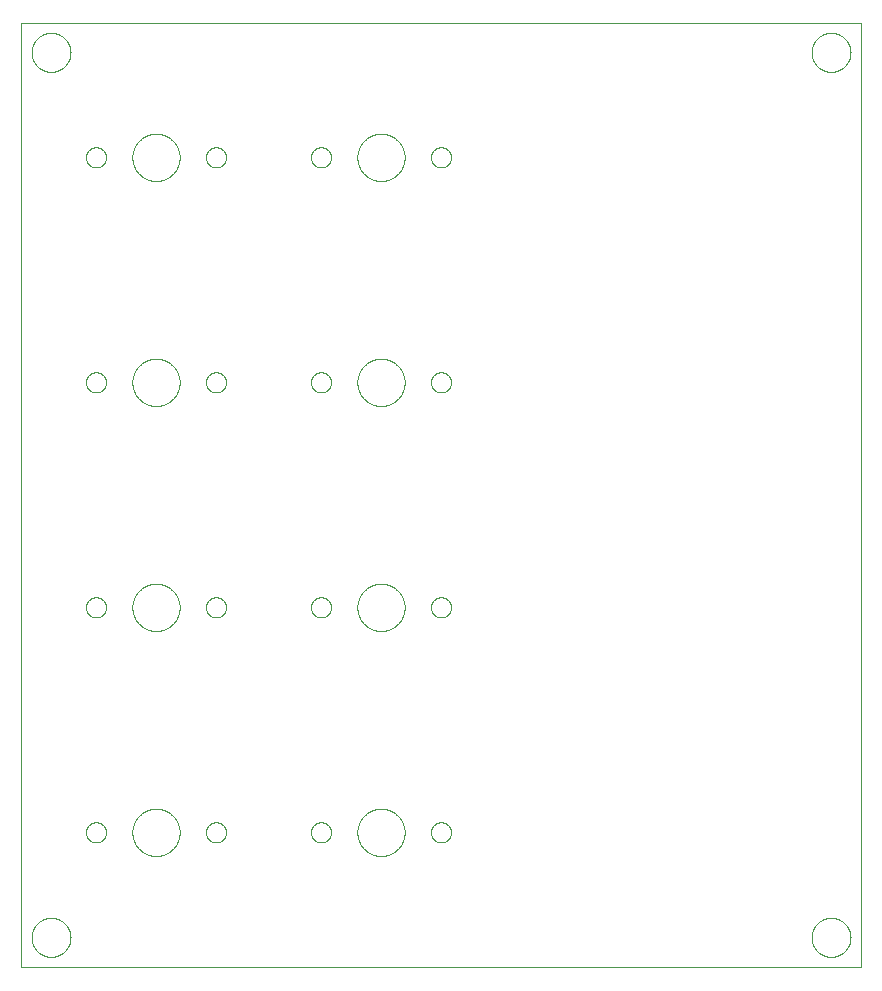
<source format=gko>
G75*
%MOIN*%
%OFA0B0*%
%FSLAX25Y25*%
%IPPOS*%
%LPD*%
%AMOC8*
5,1,8,0,0,1.08239X$1,22.5*
%
%ADD10C,0.00000*%
D10*
X0002250Y0006650D02*
X0002250Y0321351D01*
X0282171Y0321351D01*
X0282171Y0006650D01*
X0002250Y0006650D01*
X0005750Y0016650D02*
X0005752Y0016811D01*
X0005758Y0016971D01*
X0005768Y0017132D01*
X0005782Y0017292D01*
X0005800Y0017452D01*
X0005821Y0017611D01*
X0005847Y0017770D01*
X0005877Y0017928D01*
X0005910Y0018085D01*
X0005948Y0018242D01*
X0005989Y0018397D01*
X0006034Y0018551D01*
X0006083Y0018704D01*
X0006136Y0018856D01*
X0006192Y0019007D01*
X0006253Y0019156D01*
X0006316Y0019304D01*
X0006384Y0019450D01*
X0006455Y0019594D01*
X0006529Y0019736D01*
X0006607Y0019877D01*
X0006689Y0020015D01*
X0006774Y0020152D01*
X0006862Y0020286D01*
X0006954Y0020418D01*
X0007049Y0020548D01*
X0007147Y0020676D01*
X0007248Y0020801D01*
X0007352Y0020923D01*
X0007459Y0021043D01*
X0007569Y0021160D01*
X0007682Y0021275D01*
X0007798Y0021386D01*
X0007917Y0021495D01*
X0008038Y0021600D01*
X0008162Y0021703D01*
X0008288Y0021803D01*
X0008416Y0021899D01*
X0008547Y0021992D01*
X0008681Y0022082D01*
X0008816Y0022169D01*
X0008954Y0022252D01*
X0009093Y0022332D01*
X0009235Y0022408D01*
X0009378Y0022481D01*
X0009523Y0022550D01*
X0009670Y0022616D01*
X0009818Y0022678D01*
X0009968Y0022736D01*
X0010119Y0022791D01*
X0010272Y0022842D01*
X0010426Y0022889D01*
X0010581Y0022932D01*
X0010737Y0022971D01*
X0010893Y0023007D01*
X0011051Y0023038D01*
X0011209Y0023066D01*
X0011368Y0023090D01*
X0011528Y0023110D01*
X0011688Y0023126D01*
X0011848Y0023138D01*
X0012009Y0023146D01*
X0012170Y0023150D01*
X0012330Y0023150D01*
X0012491Y0023146D01*
X0012652Y0023138D01*
X0012812Y0023126D01*
X0012972Y0023110D01*
X0013132Y0023090D01*
X0013291Y0023066D01*
X0013449Y0023038D01*
X0013607Y0023007D01*
X0013763Y0022971D01*
X0013919Y0022932D01*
X0014074Y0022889D01*
X0014228Y0022842D01*
X0014381Y0022791D01*
X0014532Y0022736D01*
X0014682Y0022678D01*
X0014830Y0022616D01*
X0014977Y0022550D01*
X0015122Y0022481D01*
X0015265Y0022408D01*
X0015407Y0022332D01*
X0015546Y0022252D01*
X0015684Y0022169D01*
X0015819Y0022082D01*
X0015953Y0021992D01*
X0016084Y0021899D01*
X0016212Y0021803D01*
X0016338Y0021703D01*
X0016462Y0021600D01*
X0016583Y0021495D01*
X0016702Y0021386D01*
X0016818Y0021275D01*
X0016931Y0021160D01*
X0017041Y0021043D01*
X0017148Y0020923D01*
X0017252Y0020801D01*
X0017353Y0020676D01*
X0017451Y0020548D01*
X0017546Y0020418D01*
X0017638Y0020286D01*
X0017726Y0020152D01*
X0017811Y0020015D01*
X0017893Y0019877D01*
X0017971Y0019736D01*
X0018045Y0019594D01*
X0018116Y0019450D01*
X0018184Y0019304D01*
X0018247Y0019156D01*
X0018308Y0019007D01*
X0018364Y0018856D01*
X0018417Y0018704D01*
X0018466Y0018551D01*
X0018511Y0018397D01*
X0018552Y0018242D01*
X0018590Y0018085D01*
X0018623Y0017928D01*
X0018653Y0017770D01*
X0018679Y0017611D01*
X0018700Y0017452D01*
X0018718Y0017292D01*
X0018732Y0017132D01*
X0018742Y0016971D01*
X0018748Y0016811D01*
X0018750Y0016650D01*
X0018748Y0016489D01*
X0018742Y0016329D01*
X0018732Y0016168D01*
X0018718Y0016008D01*
X0018700Y0015848D01*
X0018679Y0015689D01*
X0018653Y0015530D01*
X0018623Y0015372D01*
X0018590Y0015215D01*
X0018552Y0015058D01*
X0018511Y0014903D01*
X0018466Y0014749D01*
X0018417Y0014596D01*
X0018364Y0014444D01*
X0018308Y0014293D01*
X0018247Y0014144D01*
X0018184Y0013996D01*
X0018116Y0013850D01*
X0018045Y0013706D01*
X0017971Y0013564D01*
X0017893Y0013423D01*
X0017811Y0013285D01*
X0017726Y0013148D01*
X0017638Y0013014D01*
X0017546Y0012882D01*
X0017451Y0012752D01*
X0017353Y0012624D01*
X0017252Y0012499D01*
X0017148Y0012377D01*
X0017041Y0012257D01*
X0016931Y0012140D01*
X0016818Y0012025D01*
X0016702Y0011914D01*
X0016583Y0011805D01*
X0016462Y0011700D01*
X0016338Y0011597D01*
X0016212Y0011497D01*
X0016084Y0011401D01*
X0015953Y0011308D01*
X0015819Y0011218D01*
X0015684Y0011131D01*
X0015546Y0011048D01*
X0015407Y0010968D01*
X0015265Y0010892D01*
X0015122Y0010819D01*
X0014977Y0010750D01*
X0014830Y0010684D01*
X0014682Y0010622D01*
X0014532Y0010564D01*
X0014381Y0010509D01*
X0014228Y0010458D01*
X0014074Y0010411D01*
X0013919Y0010368D01*
X0013763Y0010329D01*
X0013607Y0010293D01*
X0013449Y0010262D01*
X0013291Y0010234D01*
X0013132Y0010210D01*
X0012972Y0010190D01*
X0012812Y0010174D01*
X0012652Y0010162D01*
X0012491Y0010154D01*
X0012330Y0010150D01*
X0012170Y0010150D01*
X0012009Y0010154D01*
X0011848Y0010162D01*
X0011688Y0010174D01*
X0011528Y0010190D01*
X0011368Y0010210D01*
X0011209Y0010234D01*
X0011051Y0010262D01*
X0010893Y0010293D01*
X0010737Y0010329D01*
X0010581Y0010368D01*
X0010426Y0010411D01*
X0010272Y0010458D01*
X0010119Y0010509D01*
X0009968Y0010564D01*
X0009818Y0010622D01*
X0009670Y0010684D01*
X0009523Y0010750D01*
X0009378Y0010819D01*
X0009235Y0010892D01*
X0009093Y0010968D01*
X0008954Y0011048D01*
X0008816Y0011131D01*
X0008681Y0011218D01*
X0008547Y0011308D01*
X0008416Y0011401D01*
X0008288Y0011497D01*
X0008162Y0011597D01*
X0008038Y0011700D01*
X0007917Y0011805D01*
X0007798Y0011914D01*
X0007682Y0012025D01*
X0007569Y0012140D01*
X0007459Y0012257D01*
X0007352Y0012377D01*
X0007248Y0012499D01*
X0007147Y0012624D01*
X0007049Y0012752D01*
X0006954Y0012882D01*
X0006862Y0013014D01*
X0006774Y0013148D01*
X0006689Y0013285D01*
X0006607Y0013423D01*
X0006529Y0013564D01*
X0006455Y0013706D01*
X0006384Y0013850D01*
X0006316Y0013996D01*
X0006253Y0014144D01*
X0006192Y0014293D01*
X0006136Y0014444D01*
X0006083Y0014596D01*
X0006034Y0014749D01*
X0005989Y0014903D01*
X0005948Y0015058D01*
X0005910Y0015215D01*
X0005877Y0015372D01*
X0005847Y0015530D01*
X0005821Y0015689D01*
X0005800Y0015848D01*
X0005782Y0016008D01*
X0005768Y0016168D01*
X0005758Y0016329D01*
X0005752Y0016489D01*
X0005750Y0016650D01*
X0023904Y0051650D02*
X0023906Y0051765D01*
X0023912Y0051881D01*
X0023922Y0051996D01*
X0023936Y0052111D01*
X0023954Y0052225D01*
X0023976Y0052338D01*
X0024001Y0052451D01*
X0024031Y0052562D01*
X0024064Y0052673D01*
X0024101Y0052782D01*
X0024142Y0052890D01*
X0024187Y0052997D01*
X0024235Y0053102D01*
X0024287Y0053205D01*
X0024343Y0053306D01*
X0024402Y0053406D01*
X0024464Y0053503D01*
X0024530Y0053598D01*
X0024598Y0053691D01*
X0024670Y0053781D01*
X0024745Y0053869D01*
X0024824Y0053954D01*
X0024905Y0054036D01*
X0024988Y0054116D01*
X0025075Y0054192D01*
X0025164Y0054266D01*
X0025255Y0054336D01*
X0025349Y0054404D01*
X0025445Y0054468D01*
X0025544Y0054528D01*
X0025644Y0054585D01*
X0025746Y0054639D01*
X0025850Y0054689D01*
X0025956Y0054736D01*
X0026063Y0054779D01*
X0026172Y0054818D01*
X0026282Y0054853D01*
X0026393Y0054884D01*
X0026505Y0054912D01*
X0026618Y0054936D01*
X0026732Y0054956D01*
X0026847Y0054972D01*
X0026962Y0054984D01*
X0027077Y0054992D01*
X0027192Y0054996D01*
X0027308Y0054996D01*
X0027423Y0054992D01*
X0027538Y0054984D01*
X0027653Y0054972D01*
X0027768Y0054956D01*
X0027882Y0054936D01*
X0027995Y0054912D01*
X0028107Y0054884D01*
X0028218Y0054853D01*
X0028328Y0054818D01*
X0028437Y0054779D01*
X0028544Y0054736D01*
X0028650Y0054689D01*
X0028754Y0054639D01*
X0028856Y0054585D01*
X0028956Y0054528D01*
X0029055Y0054468D01*
X0029151Y0054404D01*
X0029245Y0054336D01*
X0029336Y0054266D01*
X0029425Y0054192D01*
X0029512Y0054116D01*
X0029595Y0054036D01*
X0029676Y0053954D01*
X0029755Y0053869D01*
X0029830Y0053781D01*
X0029902Y0053691D01*
X0029970Y0053598D01*
X0030036Y0053503D01*
X0030098Y0053406D01*
X0030157Y0053306D01*
X0030213Y0053205D01*
X0030265Y0053102D01*
X0030313Y0052997D01*
X0030358Y0052890D01*
X0030399Y0052782D01*
X0030436Y0052673D01*
X0030469Y0052562D01*
X0030499Y0052451D01*
X0030524Y0052338D01*
X0030546Y0052225D01*
X0030564Y0052111D01*
X0030578Y0051996D01*
X0030588Y0051881D01*
X0030594Y0051765D01*
X0030596Y0051650D01*
X0030594Y0051535D01*
X0030588Y0051419D01*
X0030578Y0051304D01*
X0030564Y0051189D01*
X0030546Y0051075D01*
X0030524Y0050962D01*
X0030499Y0050849D01*
X0030469Y0050738D01*
X0030436Y0050627D01*
X0030399Y0050518D01*
X0030358Y0050410D01*
X0030313Y0050303D01*
X0030265Y0050198D01*
X0030213Y0050095D01*
X0030157Y0049994D01*
X0030098Y0049894D01*
X0030036Y0049797D01*
X0029970Y0049702D01*
X0029902Y0049609D01*
X0029830Y0049519D01*
X0029755Y0049431D01*
X0029676Y0049346D01*
X0029595Y0049264D01*
X0029512Y0049184D01*
X0029425Y0049108D01*
X0029336Y0049034D01*
X0029245Y0048964D01*
X0029151Y0048896D01*
X0029055Y0048832D01*
X0028956Y0048772D01*
X0028856Y0048715D01*
X0028754Y0048661D01*
X0028650Y0048611D01*
X0028544Y0048564D01*
X0028437Y0048521D01*
X0028328Y0048482D01*
X0028218Y0048447D01*
X0028107Y0048416D01*
X0027995Y0048388D01*
X0027882Y0048364D01*
X0027768Y0048344D01*
X0027653Y0048328D01*
X0027538Y0048316D01*
X0027423Y0048308D01*
X0027308Y0048304D01*
X0027192Y0048304D01*
X0027077Y0048308D01*
X0026962Y0048316D01*
X0026847Y0048328D01*
X0026732Y0048344D01*
X0026618Y0048364D01*
X0026505Y0048388D01*
X0026393Y0048416D01*
X0026282Y0048447D01*
X0026172Y0048482D01*
X0026063Y0048521D01*
X0025956Y0048564D01*
X0025850Y0048611D01*
X0025746Y0048661D01*
X0025644Y0048715D01*
X0025544Y0048772D01*
X0025445Y0048832D01*
X0025349Y0048896D01*
X0025255Y0048964D01*
X0025164Y0049034D01*
X0025075Y0049108D01*
X0024988Y0049184D01*
X0024905Y0049264D01*
X0024824Y0049346D01*
X0024745Y0049431D01*
X0024670Y0049519D01*
X0024598Y0049609D01*
X0024530Y0049702D01*
X0024464Y0049797D01*
X0024402Y0049894D01*
X0024343Y0049994D01*
X0024287Y0050095D01*
X0024235Y0050198D01*
X0024187Y0050303D01*
X0024142Y0050410D01*
X0024101Y0050518D01*
X0024064Y0050627D01*
X0024031Y0050738D01*
X0024001Y0050849D01*
X0023976Y0050962D01*
X0023954Y0051075D01*
X0023936Y0051189D01*
X0023922Y0051304D01*
X0023912Y0051419D01*
X0023906Y0051535D01*
X0023904Y0051650D01*
X0039376Y0051650D02*
X0039378Y0051843D01*
X0039385Y0052036D01*
X0039397Y0052229D01*
X0039414Y0052422D01*
X0039435Y0052614D01*
X0039461Y0052805D01*
X0039492Y0052996D01*
X0039527Y0053186D01*
X0039567Y0053375D01*
X0039612Y0053563D01*
X0039661Y0053750D01*
X0039715Y0053936D01*
X0039773Y0054120D01*
X0039836Y0054303D01*
X0039904Y0054484D01*
X0039975Y0054663D01*
X0040052Y0054841D01*
X0040132Y0055017D01*
X0040217Y0055190D01*
X0040306Y0055362D01*
X0040399Y0055531D01*
X0040496Y0055698D01*
X0040598Y0055863D01*
X0040703Y0056025D01*
X0040812Y0056184D01*
X0040926Y0056341D01*
X0041043Y0056494D01*
X0041163Y0056645D01*
X0041288Y0056793D01*
X0041416Y0056938D01*
X0041547Y0057079D01*
X0041682Y0057218D01*
X0041821Y0057353D01*
X0041962Y0057484D01*
X0042107Y0057612D01*
X0042255Y0057737D01*
X0042406Y0057857D01*
X0042559Y0057974D01*
X0042716Y0058088D01*
X0042875Y0058197D01*
X0043037Y0058302D01*
X0043202Y0058404D01*
X0043369Y0058501D01*
X0043538Y0058594D01*
X0043710Y0058683D01*
X0043883Y0058768D01*
X0044059Y0058848D01*
X0044237Y0058925D01*
X0044416Y0058996D01*
X0044597Y0059064D01*
X0044780Y0059127D01*
X0044964Y0059185D01*
X0045150Y0059239D01*
X0045337Y0059288D01*
X0045525Y0059333D01*
X0045714Y0059373D01*
X0045904Y0059408D01*
X0046095Y0059439D01*
X0046286Y0059465D01*
X0046478Y0059486D01*
X0046671Y0059503D01*
X0046864Y0059515D01*
X0047057Y0059522D01*
X0047250Y0059524D01*
X0047443Y0059522D01*
X0047636Y0059515D01*
X0047829Y0059503D01*
X0048022Y0059486D01*
X0048214Y0059465D01*
X0048405Y0059439D01*
X0048596Y0059408D01*
X0048786Y0059373D01*
X0048975Y0059333D01*
X0049163Y0059288D01*
X0049350Y0059239D01*
X0049536Y0059185D01*
X0049720Y0059127D01*
X0049903Y0059064D01*
X0050084Y0058996D01*
X0050263Y0058925D01*
X0050441Y0058848D01*
X0050617Y0058768D01*
X0050790Y0058683D01*
X0050962Y0058594D01*
X0051131Y0058501D01*
X0051298Y0058404D01*
X0051463Y0058302D01*
X0051625Y0058197D01*
X0051784Y0058088D01*
X0051941Y0057974D01*
X0052094Y0057857D01*
X0052245Y0057737D01*
X0052393Y0057612D01*
X0052538Y0057484D01*
X0052679Y0057353D01*
X0052818Y0057218D01*
X0052953Y0057079D01*
X0053084Y0056938D01*
X0053212Y0056793D01*
X0053337Y0056645D01*
X0053457Y0056494D01*
X0053574Y0056341D01*
X0053688Y0056184D01*
X0053797Y0056025D01*
X0053902Y0055863D01*
X0054004Y0055698D01*
X0054101Y0055531D01*
X0054194Y0055362D01*
X0054283Y0055190D01*
X0054368Y0055017D01*
X0054448Y0054841D01*
X0054525Y0054663D01*
X0054596Y0054484D01*
X0054664Y0054303D01*
X0054727Y0054120D01*
X0054785Y0053936D01*
X0054839Y0053750D01*
X0054888Y0053563D01*
X0054933Y0053375D01*
X0054973Y0053186D01*
X0055008Y0052996D01*
X0055039Y0052805D01*
X0055065Y0052614D01*
X0055086Y0052422D01*
X0055103Y0052229D01*
X0055115Y0052036D01*
X0055122Y0051843D01*
X0055124Y0051650D01*
X0055122Y0051457D01*
X0055115Y0051264D01*
X0055103Y0051071D01*
X0055086Y0050878D01*
X0055065Y0050686D01*
X0055039Y0050495D01*
X0055008Y0050304D01*
X0054973Y0050114D01*
X0054933Y0049925D01*
X0054888Y0049737D01*
X0054839Y0049550D01*
X0054785Y0049364D01*
X0054727Y0049180D01*
X0054664Y0048997D01*
X0054596Y0048816D01*
X0054525Y0048637D01*
X0054448Y0048459D01*
X0054368Y0048283D01*
X0054283Y0048110D01*
X0054194Y0047938D01*
X0054101Y0047769D01*
X0054004Y0047602D01*
X0053902Y0047437D01*
X0053797Y0047275D01*
X0053688Y0047116D01*
X0053574Y0046959D01*
X0053457Y0046806D01*
X0053337Y0046655D01*
X0053212Y0046507D01*
X0053084Y0046362D01*
X0052953Y0046221D01*
X0052818Y0046082D01*
X0052679Y0045947D01*
X0052538Y0045816D01*
X0052393Y0045688D01*
X0052245Y0045563D01*
X0052094Y0045443D01*
X0051941Y0045326D01*
X0051784Y0045212D01*
X0051625Y0045103D01*
X0051463Y0044998D01*
X0051298Y0044896D01*
X0051131Y0044799D01*
X0050962Y0044706D01*
X0050790Y0044617D01*
X0050617Y0044532D01*
X0050441Y0044452D01*
X0050263Y0044375D01*
X0050084Y0044304D01*
X0049903Y0044236D01*
X0049720Y0044173D01*
X0049536Y0044115D01*
X0049350Y0044061D01*
X0049163Y0044012D01*
X0048975Y0043967D01*
X0048786Y0043927D01*
X0048596Y0043892D01*
X0048405Y0043861D01*
X0048214Y0043835D01*
X0048022Y0043814D01*
X0047829Y0043797D01*
X0047636Y0043785D01*
X0047443Y0043778D01*
X0047250Y0043776D01*
X0047057Y0043778D01*
X0046864Y0043785D01*
X0046671Y0043797D01*
X0046478Y0043814D01*
X0046286Y0043835D01*
X0046095Y0043861D01*
X0045904Y0043892D01*
X0045714Y0043927D01*
X0045525Y0043967D01*
X0045337Y0044012D01*
X0045150Y0044061D01*
X0044964Y0044115D01*
X0044780Y0044173D01*
X0044597Y0044236D01*
X0044416Y0044304D01*
X0044237Y0044375D01*
X0044059Y0044452D01*
X0043883Y0044532D01*
X0043710Y0044617D01*
X0043538Y0044706D01*
X0043369Y0044799D01*
X0043202Y0044896D01*
X0043037Y0044998D01*
X0042875Y0045103D01*
X0042716Y0045212D01*
X0042559Y0045326D01*
X0042406Y0045443D01*
X0042255Y0045563D01*
X0042107Y0045688D01*
X0041962Y0045816D01*
X0041821Y0045947D01*
X0041682Y0046082D01*
X0041547Y0046221D01*
X0041416Y0046362D01*
X0041288Y0046507D01*
X0041163Y0046655D01*
X0041043Y0046806D01*
X0040926Y0046959D01*
X0040812Y0047116D01*
X0040703Y0047275D01*
X0040598Y0047437D01*
X0040496Y0047602D01*
X0040399Y0047769D01*
X0040306Y0047938D01*
X0040217Y0048110D01*
X0040132Y0048283D01*
X0040052Y0048459D01*
X0039975Y0048637D01*
X0039904Y0048816D01*
X0039836Y0048997D01*
X0039773Y0049180D01*
X0039715Y0049364D01*
X0039661Y0049550D01*
X0039612Y0049737D01*
X0039567Y0049925D01*
X0039527Y0050114D01*
X0039492Y0050304D01*
X0039461Y0050495D01*
X0039435Y0050686D01*
X0039414Y0050878D01*
X0039397Y0051071D01*
X0039385Y0051264D01*
X0039378Y0051457D01*
X0039376Y0051650D01*
X0063904Y0051650D02*
X0063906Y0051765D01*
X0063912Y0051881D01*
X0063922Y0051996D01*
X0063936Y0052111D01*
X0063954Y0052225D01*
X0063976Y0052338D01*
X0064001Y0052451D01*
X0064031Y0052562D01*
X0064064Y0052673D01*
X0064101Y0052782D01*
X0064142Y0052890D01*
X0064187Y0052997D01*
X0064235Y0053102D01*
X0064287Y0053205D01*
X0064343Y0053306D01*
X0064402Y0053406D01*
X0064464Y0053503D01*
X0064530Y0053598D01*
X0064598Y0053691D01*
X0064670Y0053781D01*
X0064745Y0053869D01*
X0064824Y0053954D01*
X0064905Y0054036D01*
X0064988Y0054116D01*
X0065075Y0054192D01*
X0065164Y0054266D01*
X0065255Y0054336D01*
X0065349Y0054404D01*
X0065445Y0054468D01*
X0065544Y0054528D01*
X0065644Y0054585D01*
X0065746Y0054639D01*
X0065850Y0054689D01*
X0065956Y0054736D01*
X0066063Y0054779D01*
X0066172Y0054818D01*
X0066282Y0054853D01*
X0066393Y0054884D01*
X0066505Y0054912D01*
X0066618Y0054936D01*
X0066732Y0054956D01*
X0066847Y0054972D01*
X0066962Y0054984D01*
X0067077Y0054992D01*
X0067192Y0054996D01*
X0067308Y0054996D01*
X0067423Y0054992D01*
X0067538Y0054984D01*
X0067653Y0054972D01*
X0067768Y0054956D01*
X0067882Y0054936D01*
X0067995Y0054912D01*
X0068107Y0054884D01*
X0068218Y0054853D01*
X0068328Y0054818D01*
X0068437Y0054779D01*
X0068544Y0054736D01*
X0068650Y0054689D01*
X0068754Y0054639D01*
X0068856Y0054585D01*
X0068956Y0054528D01*
X0069055Y0054468D01*
X0069151Y0054404D01*
X0069245Y0054336D01*
X0069336Y0054266D01*
X0069425Y0054192D01*
X0069512Y0054116D01*
X0069595Y0054036D01*
X0069676Y0053954D01*
X0069755Y0053869D01*
X0069830Y0053781D01*
X0069902Y0053691D01*
X0069970Y0053598D01*
X0070036Y0053503D01*
X0070098Y0053406D01*
X0070157Y0053306D01*
X0070213Y0053205D01*
X0070265Y0053102D01*
X0070313Y0052997D01*
X0070358Y0052890D01*
X0070399Y0052782D01*
X0070436Y0052673D01*
X0070469Y0052562D01*
X0070499Y0052451D01*
X0070524Y0052338D01*
X0070546Y0052225D01*
X0070564Y0052111D01*
X0070578Y0051996D01*
X0070588Y0051881D01*
X0070594Y0051765D01*
X0070596Y0051650D01*
X0070594Y0051535D01*
X0070588Y0051419D01*
X0070578Y0051304D01*
X0070564Y0051189D01*
X0070546Y0051075D01*
X0070524Y0050962D01*
X0070499Y0050849D01*
X0070469Y0050738D01*
X0070436Y0050627D01*
X0070399Y0050518D01*
X0070358Y0050410D01*
X0070313Y0050303D01*
X0070265Y0050198D01*
X0070213Y0050095D01*
X0070157Y0049994D01*
X0070098Y0049894D01*
X0070036Y0049797D01*
X0069970Y0049702D01*
X0069902Y0049609D01*
X0069830Y0049519D01*
X0069755Y0049431D01*
X0069676Y0049346D01*
X0069595Y0049264D01*
X0069512Y0049184D01*
X0069425Y0049108D01*
X0069336Y0049034D01*
X0069245Y0048964D01*
X0069151Y0048896D01*
X0069055Y0048832D01*
X0068956Y0048772D01*
X0068856Y0048715D01*
X0068754Y0048661D01*
X0068650Y0048611D01*
X0068544Y0048564D01*
X0068437Y0048521D01*
X0068328Y0048482D01*
X0068218Y0048447D01*
X0068107Y0048416D01*
X0067995Y0048388D01*
X0067882Y0048364D01*
X0067768Y0048344D01*
X0067653Y0048328D01*
X0067538Y0048316D01*
X0067423Y0048308D01*
X0067308Y0048304D01*
X0067192Y0048304D01*
X0067077Y0048308D01*
X0066962Y0048316D01*
X0066847Y0048328D01*
X0066732Y0048344D01*
X0066618Y0048364D01*
X0066505Y0048388D01*
X0066393Y0048416D01*
X0066282Y0048447D01*
X0066172Y0048482D01*
X0066063Y0048521D01*
X0065956Y0048564D01*
X0065850Y0048611D01*
X0065746Y0048661D01*
X0065644Y0048715D01*
X0065544Y0048772D01*
X0065445Y0048832D01*
X0065349Y0048896D01*
X0065255Y0048964D01*
X0065164Y0049034D01*
X0065075Y0049108D01*
X0064988Y0049184D01*
X0064905Y0049264D01*
X0064824Y0049346D01*
X0064745Y0049431D01*
X0064670Y0049519D01*
X0064598Y0049609D01*
X0064530Y0049702D01*
X0064464Y0049797D01*
X0064402Y0049894D01*
X0064343Y0049994D01*
X0064287Y0050095D01*
X0064235Y0050198D01*
X0064187Y0050303D01*
X0064142Y0050410D01*
X0064101Y0050518D01*
X0064064Y0050627D01*
X0064031Y0050738D01*
X0064001Y0050849D01*
X0063976Y0050962D01*
X0063954Y0051075D01*
X0063936Y0051189D01*
X0063922Y0051304D01*
X0063912Y0051419D01*
X0063906Y0051535D01*
X0063904Y0051650D01*
X0098904Y0051650D02*
X0098906Y0051765D01*
X0098912Y0051881D01*
X0098922Y0051996D01*
X0098936Y0052111D01*
X0098954Y0052225D01*
X0098976Y0052338D01*
X0099001Y0052451D01*
X0099031Y0052562D01*
X0099064Y0052673D01*
X0099101Y0052782D01*
X0099142Y0052890D01*
X0099187Y0052997D01*
X0099235Y0053102D01*
X0099287Y0053205D01*
X0099343Y0053306D01*
X0099402Y0053406D01*
X0099464Y0053503D01*
X0099530Y0053598D01*
X0099598Y0053691D01*
X0099670Y0053781D01*
X0099745Y0053869D01*
X0099824Y0053954D01*
X0099905Y0054036D01*
X0099988Y0054116D01*
X0100075Y0054192D01*
X0100164Y0054266D01*
X0100255Y0054336D01*
X0100349Y0054404D01*
X0100445Y0054468D01*
X0100544Y0054528D01*
X0100644Y0054585D01*
X0100746Y0054639D01*
X0100850Y0054689D01*
X0100956Y0054736D01*
X0101063Y0054779D01*
X0101172Y0054818D01*
X0101282Y0054853D01*
X0101393Y0054884D01*
X0101505Y0054912D01*
X0101618Y0054936D01*
X0101732Y0054956D01*
X0101847Y0054972D01*
X0101962Y0054984D01*
X0102077Y0054992D01*
X0102192Y0054996D01*
X0102308Y0054996D01*
X0102423Y0054992D01*
X0102538Y0054984D01*
X0102653Y0054972D01*
X0102768Y0054956D01*
X0102882Y0054936D01*
X0102995Y0054912D01*
X0103107Y0054884D01*
X0103218Y0054853D01*
X0103328Y0054818D01*
X0103437Y0054779D01*
X0103544Y0054736D01*
X0103650Y0054689D01*
X0103754Y0054639D01*
X0103856Y0054585D01*
X0103956Y0054528D01*
X0104055Y0054468D01*
X0104151Y0054404D01*
X0104245Y0054336D01*
X0104336Y0054266D01*
X0104425Y0054192D01*
X0104512Y0054116D01*
X0104595Y0054036D01*
X0104676Y0053954D01*
X0104755Y0053869D01*
X0104830Y0053781D01*
X0104902Y0053691D01*
X0104970Y0053598D01*
X0105036Y0053503D01*
X0105098Y0053406D01*
X0105157Y0053306D01*
X0105213Y0053205D01*
X0105265Y0053102D01*
X0105313Y0052997D01*
X0105358Y0052890D01*
X0105399Y0052782D01*
X0105436Y0052673D01*
X0105469Y0052562D01*
X0105499Y0052451D01*
X0105524Y0052338D01*
X0105546Y0052225D01*
X0105564Y0052111D01*
X0105578Y0051996D01*
X0105588Y0051881D01*
X0105594Y0051765D01*
X0105596Y0051650D01*
X0105594Y0051535D01*
X0105588Y0051419D01*
X0105578Y0051304D01*
X0105564Y0051189D01*
X0105546Y0051075D01*
X0105524Y0050962D01*
X0105499Y0050849D01*
X0105469Y0050738D01*
X0105436Y0050627D01*
X0105399Y0050518D01*
X0105358Y0050410D01*
X0105313Y0050303D01*
X0105265Y0050198D01*
X0105213Y0050095D01*
X0105157Y0049994D01*
X0105098Y0049894D01*
X0105036Y0049797D01*
X0104970Y0049702D01*
X0104902Y0049609D01*
X0104830Y0049519D01*
X0104755Y0049431D01*
X0104676Y0049346D01*
X0104595Y0049264D01*
X0104512Y0049184D01*
X0104425Y0049108D01*
X0104336Y0049034D01*
X0104245Y0048964D01*
X0104151Y0048896D01*
X0104055Y0048832D01*
X0103956Y0048772D01*
X0103856Y0048715D01*
X0103754Y0048661D01*
X0103650Y0048611D01*
X0103544Y0048564D01*
X0103437Y0048521D01*
X0103328Y0048482D01*
X0103218Y0048447D01*
X0103107Y0048416D01*
X0102995Y0048388D01*
X0102882Y0048364D01*
X0102768Y0048344D01*
X0102653Y0048328D01*
X0102538Y0048316D01*
X0102423Y0048308D01*
X0102308Y0048304D01*
X0102192Y0048304D01*
X0102077Y0048308D01*
X0101962Y0048316D01*
X0101847Y0048328D01*
X0101732Y0048344D01*
X0101618Y0048364D01*
X0101505Y0048388D01*
X0101393Y0048416D01*
X0101282Y0048447D01*
X0101172Y0048482D01*
X0101063Y0048521D01*
X0100956Y0048564D01*
X0100850Y0048611D01*
X0100746Y0048661D01*
X0100644Y0048715D01*
X0100544Y0048772D01*
X0100445Y0048832D01*
X0100349Y0048896D01*
X0100255Y0048964D01*
X0100164Y0049034D01*
X0100075Y0049108D01*
X0099988Y0049184D01*
X0099905Y0049264D01*
X0099824Y0049346D01*
X0099745Y0049431D01*
X0099670Y0049519D01*
X0099598Y0049609D01*
X0099530Y0049702D01*
X0099464Y0049797D01*
X0099402Y0049894D01*
X0099343Y0049994D01*
X0099287Y0050095D01*
X0099235Y0050198D01*
X0099187Y0050303D01*
X0099142Y0050410D01*
X0099101Y0050518D01*
X0099064Y0050627D01*
X0099031Y0050738D01*
X0099001Y0050849D01*
X0098976Y0050962D01*
X0098954Y0051075D01*
X0098936Y0051189D01*
X0098922Y0051304D01*
X0098912Y0051419D01*
X0098906Y0051535D01*
X0098904Y0051650D01*
X0114376Y0051650D02*
X0114378Y0051843D01*
X0114385Y0052036D01*
X0114397Y0052229D01*
X0114414Y0052422D01*
X0114435Y0052614D01*
X0114461Y0052805D01*
X0114492Y0052996D01*
X0114527Y0053186D01*
X0114567Y0053375D01*
X0114612Y0053563D01*
X0114661Y0053750D01*
X0114715Y0053936D01*
X0114773Y0054120D01*
X0114836Y0054303D01*
X0114904Y0054484D01*
X0114975Y0054663D01*
X0115052Y0054841D01*
X0115132Y0055017D01*
X0115217Y0055190D01*
X0115306Y0055362D01*
X0115399Y0055531D01*
X0115496Y0055698D01*
X0115598Y0055863D01*
X0115703Y0056025D01*
X0115812Y0056184D01*
X0115926Y0056341D01*
X0116043Y0056494D01*
X0116163Y0056645D01*
X0116288Y0056793D01*
X0116416Y0056938D01*
X0116547Y0057079D01*
X0116682Y0057218D01*
X0116821Y0057353D01*
X0116962Y0057484D01*
X0117107Y0057612D01*
X0117255Y0057737D01*
X0117406Y0057857D01*
X0117559Y0057974D01*
X0117716Y0058088D01*
X0117875Y0058197D01*
X0118037Y0058302D01*
X0118202Y0058404D01*
X0118369Y0058501D01*
X0118538Y0058594D01*
X0118710Y0058683D01*
X0118883Y0058768D01*
X0119059Y0058848D01*
X0119237Y0058925D01*
X0119416Y0058996D01*
X0119597Y0059064D01*
X0119780Y0059127D01*
X0119964Y0059185D01*
X0120150Y0059239D01*
X0120337Y0059288D01*
X0120525Y0059333D01*
X0120714Y0059373D01*
X0120904Y0059408D01*
X0121095Y0059439D01*
X0121286Y0059465D01*
X0121478Y0059486D01*
X0121671Y0059503D01*
X0121864Y0059515D01*
X0122057Y0059522D01*
X0122250Y0059524D01*
X0122443Y0059522D01*
X0122636Y0059515D01*
X0122829Y0059503D01*
X0123022Y0059486D01*
X0123214Y0059465D01*
X0123405Y0059439D01*
X0123596Y0059408D01*
X0123786Y0059373D01*
X0123975Y0059333D01*
X0124163Y0059288D01*
X0124350Y0059239D01*
X0124536Y0059185D01*
X0124720Y0059127D01*
X0124903Y0059064D01*
X0125084Y0058996D01*
X0125263Y0058925D01*
X0125441Y0058848D01*
X0125617Y0058768D01*
X0125790Y0058683D01*
X0125962Y0058594D01*
X0126131Y0058501D01*
X0126298Y0058404D01*
X0126463Y0058302D01*
X0126625Y0058197D01*
X0126784Y0058088D01*
X0126941Y0057974D01*
X0127094Y0057857D01*
X0127245Y0057737D01*
X0127393Y0057612D01*
X0127538Y0057484D01*
X0127679Y0057353D01*
X0127818Y0057218D01*
X0127953Y0057079D01*
X0128084Y0056938D01*
X0128212Y0056793D01*
X0128337Y0056645D01*
X0128457Y0056494D01*
X0128574Y0056341D01*
X0128688Y0056184D01*
X0128797Y0056025D01*
X0128902Y0055863D01*
X0129004Y0055698D01*
X0129101Y0055531D01*
X0129194Y0055362D01*
X0129283Y0055190D01*
X0129368Y0055017D01*
X0129448Y0054841D01*
X0129525Y0054663D01*
X0129596Y0054484D01*
X0129664Y0054303D01*
X0129727Y0054120D01*
X0129785Y0053936D01*
X0129839Y0053750D01*
X0129888Y0053563D01*
X0129933Y0053375D01*
X0129973Y0053186D01*
X0130008Y0052996D01*
X0130039Y0052805D01*
X0130065Y0052614D01*
X0130086Y0052422D01*
X0130103Y0052229D01*
X0130115Y0052036D01*
X0130122Y0051843D01*
X0130124Y0051650D01*
X0130122Y0051457D01*
X0130115Y0051264D01*
X0130103Y0051071D01*
X0130086Y0050878D01*
X0130065Y0050686D01*
X0130039Y0050495D01*
X0130008Y0050304D01*
X0129973Y0050114D01*
X0129933Y0049925D01*
X0129888Y0049737D01*
X0129839Y0049550D01*
X0129785Y0049364D01*
X0129727Y0049180D01*
X0129664Y0048997D01*
X0129596Y0048816D01*
X0129525Y0048637D01*
X0129448Y0048459D01*
X0129368Y0048283D01*
X0129283Y0048110D01*
X0129194Y0047938D01*
X0129101Y0047769D01*
X0129004Y0047602D01*
X0128902Y0047437D01*
X0128797Y0047275D01*
X0128688Y0047116D01*
X0128574Y0046959D01*
X0128457Y0046806D01*
X0128337Y0046655D01*
X0128212Y0046507D01*
X0128084Y0046362D01*
X0127953Y0046221D01*
X0127818Y0046082D01*
X0127679Y0045947D01*
X0127538Y0045816D01*
X0127393Y0045688D01*
X0127245Y0045563D01*
X0127094Y0045443D01*
X0126941Y0045326D01*
X0126784Y0045212D01*
X0126625Y0045103D01*
X0126463Y0044998D01*
X0126298Y0044896D01*
X0126131Y0044799D01*
X0125962Y0044706D01*
X0125790Y0044617D01*
X0125617Y0044532D01*
X0125441Y0044452D01*
X0125263Y0044375D01*
X0125084Y0044304D01*
X0124903Y0044236D01*
X0124720Y0044173D01*
X0124536Y0044115D01*
X0124350Y0044061D01*
X0124163Y0044012D01*
X0123975Y0043967D01*
X0123786Y0043927D01*
X0123596Y0043892D01*
X0123405Y0043861D01*
X0123214Y0043835D01*
X0123022Y0043814D01*
X0122829Y0043797D01*
X0122636Y0043785D01*
X0122443Y0043778D01*
X0122250Y0043776D01*
X0122057Y0043778D01*
X0121864Y0043785D01*
X0121671Y0043797D01*
X0121478Y0043814D01*
X0121286Y0043835D01*
X0121095Y0043861D01*
X0120904Y0043892D01*
X0120714Y0043927D01*
X0120525Y0043967D01*
X0120337Y0044012D01*
X0120150Y0044061D01*
X0119964Y0044115D01*
X0119780Y0044173D01*
X0119597Y0044236D01*
X0119416Y0044304D01*
X0119237Y0044375D01*
X0119059Y0044452D01*
X0118883Y0044532D01*
X0118710Y0044617D01*
X0118538Y0044706D01*
X0118369Y0044799D01*
X0118202Y0044896D01*
X0118037Y0044998D01*
X0117875Y0045103D01*
X0117716Y0045212D01*
X0117559Y0045326D01*
X0117406Y0045443D01*
X0117255Y0045563D01*
X0117107Y0045688D01*
X0116962Y0045816D01*
X0116821Y0045947D01*
X0116682Y0046082D01*
X0116547Y0046221D01*
X0116416Y0046362D01*
X0116288Y0046507D01*
X0116163Y0046655D01*
X0116043Y0046806D01*
X0115926Y0046959D01*
X0115812Y0047116D01*
X0115703Y0047275D01*
X0115598Y0047437D01*
X0115496Y0047602D01*
X0115399Y0047769D01*
X0115306Y0047938D01*
X0115217Y0048110D01*
X0115132Y0048283D01*
X0115052Y0048459D01*
X0114975Y0048637D01*
X0114904Y0048816D01*
X0114836Y0048997D01*
X0114773Y0049180D01*
X0114715Y0049364D01*
X0114661Y0049550D01*
X0114612Y0049737D01*
X0114567Y0049925D01*
X0114527Y0050114D01*
X0114492Y0050304D01*
X0114461Y0050495D01*
X0114435Y0050686D01*
X0114414Y0050878D01*
X0114397Y0051071D01*
X0114385Y0051264D01*
X0114378Y0051457D01*
X0114376Y0051650D01*
X0138904Y0051650D02*
X0138906Y0051765D01*
X0138912Y0051881D01*
X0138922Y0051996D01*
X0138936Y0052111D01*
X0138954Y0052225D01*
X0138976Y0052338D01*
X0139001Y0052451D01*
X0139031Y0052562D01*
X0139064Y0052673D01*
X0139101Y0052782D01*
X0139142Y0052890D01*
X0139187Y0052997D01*
X0139235Y0053102D01*
X0139287Y0053205D01*
X0139343Y0053306D01*
X0139402Y0053406D01*
X0139464Y0053503D01*
X0139530Y0053598D01*
X0139598Y0053691D01*
X0139670Y0053781D01*
X0139745Y0053869D01*
X0139824Y0053954D01*
X0139905Y0054036D01*
X0139988Y0054116D01*
X0140075Y0054192D01*
X0140164Y0054266D01*
X0140255Y0054336D01*
X0140349Y0054404D01*
X0140445Y0054468D01*
X0140544Y0054528D01*
X0140644Y0054585D01*
X0140746Y0054639D01*
X0140850Y0054689D01*
X0140956Y0054736D01*
X0141063Y0054779D01*
X0141172Y0054818D01*
X0141282Y0054853D01*
X0141393Y0054884D01*
X0141505Y0054912D01*
X0141618Y0054936D01*
X0141732Y0054956D01*
X0141847Y0054972D01*
X0141962Y0054984D01*
X0142077Y0054992D01*
X0142192Y0054996D01*
X0142308Y0054996D01*
X0142423Y0054992D01*
X0142538Y0054984D01*
X0142653Y0054972D01*
X0142768Y0054956D01*
X0142882Y0054936D01*
X0142995Y0054912D01*
X0143107Y0054884D01*
X0143218Y0054853D01*
X0143328Y0054818D01*
X0143437Y0054779D01*
X0143544Y0054736D01*
X0143650Y0054689D01*
X0143754Y0054639D01*
X0143856Y0054585D01*
X0143956Y0054528D01*
X0144055Y0054468D01*
X0144151Y0054404D01*
X0144245Y0054336D01*
X0144336Y0054266D01*
X0144425Y0054192D01*
X0144512Y0054116D01*
X0144595Y0054036D01*
X0144676Y0053954D01*
X0144755Y0053869D01*
X0144830Y0053781D01*
X0144902Y0053691D01*
X0144970Y0053598D01*
X0145036Y0053503D01*
X0145098Y0053406D01*
X0145157Y0053306D01*
X0145213Y0053205D01*
X0145265Y0053102D01*
X0145313Y0052997D01*
X0145358Y0052890D01*
X0145399Y0052782D01*
X0145436Y0052673D01*
X0145469Y0052562D01*
X0145499Y0052451D01*
X0145524Y0052338D01*
X0145546Y0052225D01*
X0145564Y0052111D01*
X0145578Y0051996D01*
X0145588Y0051881D01*
X0145594Y0051765D01*
X0145596Y0051650D01*
X0145594Y0051535D01*
X0145588Y0051419D01*
X0145578Y0051304D01*
X0145564Y0051189D01*
X0145546Y0051075D01*
X0145524Y0050962D01*
X0145499Y0050849D01*
X0145469Y0050738D01*
X0145436Y0050627D01*
X0145399Y0050518D01*
X0145358Y0050410D01*
X0145313Y0050303D01*
X0145265Y0050198D01*
X0145213Y0050095D01*
X0145157Y0049994D01*
X0145098Y0049894D01*
X0145036Y0049797D01*
X0144970Y0049702D01*
X0144902Y0049609D01*
X0144830Y0049519D01*
X0144755Y0049431D01*
X0144676Y0049346D01*
X0144595Y0049264D01*
X0144512Y0049184D01*
X0144425Y0049108D01*
X0144336Y0049034D01*
X0144245Y0048964D01*
X0144151Y0048896D01*
X0144055Y0048832D01*
X0143956Y0048772D01*
X0143856Y0048715D01*
X0143754Y0048661D01*
X0143650Y0048611D01*
X0143544Y0048564D01*
X0143437Y0048521D01*
X0143328Y0048482D01*
X0143218Y0048447D01*
X0143107Y0048416D01*
X0142995Y0048388D01*
X0142882Y0048364D01*
X0142768Y0048344D01*
X0142653Y0048328D01*
X0142538Y0048316D01*
X0142423Y0048308D01*
X0142308Y0048304D01*
X0142192Y0048304D01*
X0142077Y0048308D01*
X0141962Y0048316D01*
X0141847Y0048328D01*
X0141732Y0048344D01*
X0141618Y0048364D01*
X0141505Y0048388D01*
X0141393Y0048416D01*
X0141282Y0048447D01*
X0141172Y0048482D01*
X0141063Y0048521D01*
X0140956Y0048564D01*
X0140850Y0048611D01*
X0140746Y0048661D01*
X0140644Y0048715D01*
X0140544Y0048772D01*
X0140445Y0048832D01*
X0140349Y0048896D01*
X0140255Y0048964D01*
X0140164Y0049034D01*
X0140075Y0049108D01*
X0139988Y0049184D01*
X0139905Y0049264D01*
X0139824Y0049346D01*
X0139745Y0049431D01*
X0139670Y0049519D01*
X0139598Y0049609D01*
X0139530Y0049702D01*
X0139464Y0049797D01*
X0139402Y0049894D01*
X0139343Y0049994D01*
X0139287Y0050095D01*
X0139235Y0050198D01*
X0139187Y0050303D01*
X0139142Y0050410D01*
X0139101Y0050518D01*
X0139064Y0050627D01*
X0139031Y0050738D01*
X0139001Y0050849D01*
X0138976Y0050962D01*
X0138954Y0051075D01*
X0138936Y0051189D01*
X0138922Y0051304D01*
X0138912Y0051419D01*
X0138906Y0051535D01*
X0138904Y0051650D01*
X0138904Y0126650D02*
X0138906Y0126765D01*
X0138912Y0126881D01*
X0138922Y0126996D01*
X0138936Y0127111D01*
X0138954Y0127225D01*
X0138976Y0127338D01*
X0139001Y0127451D01*
X0139031Y0127562D01*
X0139064Y0127673D01*
X0139101Y0127782D01*
X0139142Y0127890D01*
X0139187Y0127997D01*
X0139235Y0128102D01*
X0139287Y0128205D01*
X0139343Y0128306D01*
X0139402Y0128406D01*
X0139464Y0128503D01*
X0139530Y0128598D01*
X0139598Y0128691D01*
X0139670Y0128781D01*
X0139745Y0128869D01*
X0139824Y0128954D01*
X0139905Y0129036D01*
X0139988Y0129116D01*
X0140075Y0129192D01*
X0140164Y0129266D01*
X0140255Y0129336D01*
X0140349Y0129404D01*
X0140445Y0129468D01*
X0140544Y0129528D01*
X0140644Y0129585D01*
X0140746Y0129639D01*
X0140850Y0129689D01*
X0140956Y0129736D01*
X0141063Y0129779D01*
X0141172Y0129818D01*
X0141282Y0129853D01*
X0141393Y0129884D01*
X0141505Y0129912D01*
X0141618Y0129936D01*
X0141732Y0129956D01*
X0141847Y0129972D01*
X0141962Y0129984D01*
X0142077Y0129992D01*
X0142192Y0129996D01*
X0142308Y0129996D01*
X0142423Y0129992D01*
X0142538Y0129984D01*
X0142653Y0129972D01*
X0142768Y0129956D01*
X0142882Y0129936D01*
X0142995Y0129912D01*
X0143107Y0129884D01*
X0143218Y0129853D01*
X0143328Y0129818D01*
X0143437Y0129779D01*
X0143544Y0129736D01*
X0143650Y0129689D01*
X0143754Y0129639D01*
X0143856Y0129585D01*
X0143956Y0129528D01*
X0144055Y0129468D01*
X0144151Y0129404D01*
X0144245Y0129336D01*
X0144336Y0129266D01*
X0144425Y0129192D01*
X0144512Y0129116D01*
X0144595Y0129036D01*
X0144676Y0128954D01*
X0144755Y0128869D01*
X0144830Y0128781D01*
X0144902Y0128691D01*
X0144970Y0128598D01*
X0145036Y0128503D01*
X0145098Y0128406D01*
X0145157Y0128306D01*
X0145213Y0128205D01*
X0145265Y0128102D01*
X0145313Y0127997D01*
X0145358Y0127890D01*
X0145399Y0127782D01*
X0145436Y0127673D01*
X0145469Y0127562D01*
X0145499Y0127451D01*
X0145524Y0127338D01*
X0145546Y0127225D01*
X0145564Y0127111D01*
X0145578Y0126996D01*
X0145588Y0126881D01*
X0145594Y0126765D01*
X0145596Y0126650D01*
X0145594Y0126535D01*
X0145588Y0126419D01*
X0145578Y0126304D01*
X0145564Y0126189D01*
X0145546Y0126075D01*
X0145524Y0125962D01*
X0145499Y0125849D01*
X0145469Y0125738D01*
X0145436Y0125627D01*
X0145399Y0125518D01*
X0145358Y0125410D01*
X0145313Y0125303D01*
X0145265Y0125198D01*
X0145213Y0125095D01*
X0145157Y0124994D01*
X0145098Y0124894D01*
X0145036Y0124797D01*
X0144970Y0124702D01*
X0144902Y0124609D01*
X0144830Y0124519D01*
X0144755Y0124431D01*
X0144676Y0124346D01*
X0144595Y0124264D01*
X0144512Y0124184D01*
X0144425Y0124108D01*
X0144336Y0124034D01*
X0144245Y0123964D01*
X0144151Y0123896D01*
X0144055Y0123832D01*
X0143956Y0123772D01*
X0143856Y0123715D01*
X0143754Y0123661D01*
X0143650Y0123611D01*
X0143544Y0123564D01*
X0143437Y0123521D01*
X0143328Y0123482D01*
X0143218Y0123447D01*
X0143107Y0123416D01*
X0142995Y0123388D01*
X0142882Y0123364D01*
X0142768Y0123344D01*
X0142653Y0123328D01*
X0142538Y0123316D01*
X0142423Y0123308D01*
X0142308Y0123304D01*
X0142192Y0123304D01*
X0142077Y0123308D01*
X0141962Y0123316D01*
X0141847Y0123328D01*
X0141732Y0123344D01*
X0141618Y0123364D01*
X0141505Y0123388D01*
X0141393Y0123416D01*
X0141282Y0123447D01*
X0141172Y0123482D01*
X0141063Y0123521D01*
X0140956Y0123564D01*
X0140850Y0123611D01*
X0140746Y0123661D01*
X0140644Y0123715D01*
X0140544Y0123772D01*
X0140445Y0123832D01*
X0140349Y0123896D01*
X0140255Y0123964D01*
X0140164Y0124034D01*
X0140075Y0124108D01*
X0139988Y0124184D01*
X0139905Y0124264D01*
X0139824Y0124346D01*
X0139745Y0124431D01*
X0139670Y0124519D01*
X0139598Y0124609D01*
X0139530Y0124702D01*
X0139464Y0124797D01*
X0139402Y0124894D01*
X0139343Y0124994D01*
X0139287Y0125095D01*
X0139235Y0125198D01*
X0139187Y0125303D01*
X0139142Y0125410D01*
X0139101Y0125518D01*
X0139064Y0125627D01*
X0139031Y0125738D01*
X0139001Y0125849D01*
X0138976Y0125962D01*
X0138954Y0126075D01*
X0138936Y0126189D01*
X0138922Y0126304D01*
X0138912Y0126419D01*
X0138906Y0126535D01*
X0138904Y0126650D01*
X0114376Y0126650D02*
X0114378Y0126843D01*
X0114385Y0127036D01*
X0114397Y0127229D01*
X0114414Y0127422D01*
X0114435Y0127614D01*
X0114461Y0127805D01*
X0114492Y0127996D01*
X0114527Y0128186D01*
X0114567Y0128375D01*
X0114612Y0128563D01*
X0114661Y0128750D01*
X0114715Y0128936D01*
X0114773Y0129120D01*
X0114836Y0129303D01*
X0114904Y0129484D01*
X0114975Y0129663D01*
X0115052Y0129841D01*
X0115132Y0130017D01*
X0115217Y0130190D01*
X0115306Y0130362D01*
X0115399Y0130531D01*
X0115496Y0130698D01*
X0115598Y0130863D01*
X0115703Y0131025D01*
X0115812Y0131184D01*
X0115926Y0131341D01*
X0116043Y0131494D01*
X0116163Y0131645D01*
X0116288Y0131793D01*
X0116416Y0131938D01*
X0116547Y0132079D01*
X0116682Y0132218D01*
X0116821Y0132353D01*
X0116962Y0132484D01*
X0117107Y0132612D01*
X0117255Y0132737D01*
X0117406Y0132857D01*
X0117559Y0132974D01*
X0117716Y0133088D01*
X0117875Y0133197D01*
X0118037Y0133302D01*
X0118202Y0133404D01*
X0118369Y0133501D01*
X0118538Y0133594D01*
X0118710Y0133683D01*
X0118883Y0133768D01*
X0119059Y0133848D01*
X0119237Y0133925D01*
X0119416Y0133996D01*
X0119597Y0134064D01*
X0119780Y0134127D01*
X0119964Y0134185D01*
X0120150Y0134239D01*
X0120337Y0134288D01*
X0120525Y0134333D01*
X0120714Y0134373D01*
X0120904Y0134408D01*
X0121095Y0134439D01*
X0121286Y0134465D01*
X0121478Y0134486D01*
X0121671Y0134503D01*
X0121864Y0134515D01*
X0122057Y0134522D01*
X0122250Y0134524D01*
X0122443Y0134522D01*
X0122636Y0134515D01*
X0122829Y0134503D01*
X0123022Y0134486D01*
X0123214Y0134465D01*
X0123405Y0134439D01*
X0123596Y0134408D01*
X0123786Y0134373D01*
X0123975Y0134333D01*
X0124163Y0134288D01*
X0124350Y0134239D01*
X0124536Y0134185D01*
X0124720Y0134127D01*
X0124903Y0134064D01*
X0125084Y0133996D01*
X0125263Y0133925D01*
X0125441Y0133848D01*
X0125617Y0133768D01*
X0125790Y0133683D01*
X0125962Y0133594D01*
X0126131Y0133501D01*
X0126298Y0133404D01*
X0126463Y0133302D01*
X0126625Y0133197D01*
X0126784Y0133088D01*
X0126941Y0132974D01*
X0127094Y0132857D01*
X0127245Y0132737D01*
X0127393Y0132612D01*
X0127538Y0132484D01*
X0127679Y0132353D01*
X0127818Y0132218D01*
X0127953Y0132079D01*
X0128084Y0131938D01*
X0128212Y0131793D01*
X0128337Y0131645D01*
X0128457Y0131494D01*
X0128574Y0131341D01*
X0128688Y0131184D01*
X0128797Y0131025D01*
X0128902Y0130863D01*
X0129004Y0130698D01*
X0129101Y0130531D01*
X0129194Y0130362D01*
X0129283Y0130190D01*
X0129368Y0130017D01*
X0129448Y0129841D01*
X0129525Y0129663D01*
X0129596Y0129484D01*
X0129664Y0129303D01*
X0129727Y0129120D01*
X0129785Y0128936D01*
X0129839Y0128750D01*
X0129888Y0128563D01*
X0129933Y0128375D01*
X0129973Y0128186D01*
X0130008Y0127996D01*
X0130039Y0127805D01*
X0130065Y0127614D01*
X0130086Y0127422D01*
X0130103Y0127229D01*
X0130115Y0127036D01*
X0130122Y0126843D01*
X0130124Y0126650D01*
X0130122Y0126457D01*
X0130115Y0126264D01*
X0130103Y0126071D01*
X0130086Y0125878D01*
X0130065Y0125686D01*
X0130039Y0125495D01*
X0130008Y0125304D01*
X0129973Y0125114D01*
X0129933Y0124925D01*
X0129888Y0124737D01*
X0129839Y0124550D01*
X0129785Y0124364D01*
X0129727Y0124180D01*
X0129664Y0123997D01*
X0129596Y0123816D01*
X0129525Y0123637D01*
X0129448Y0123459D01*
X0129368Y0123283D01*
X0129283Y0123110D01*
X0129194Y0122938D01*
X0129101Y0122769D01*
X0129004Y0122602D01*
X0128902Y0122437D01*
X0128797Y0122275D01*
X0128688Y0122116D01*
X0128574Y0121959D01*
X0128457Y0121806D01*
X0128337Y0121655D01*
X0128212Y0121507D01*
X0128084Y0121362D01*
X0127953Y0121221D01*
X0127818Y0121082D01*
X0127679Y0120947D01*
X0127538Y0120816D01*
X0127393Y0120688D01*
X0127245Y0120563D01*
X0127094Y0120443D01*
X0126941Y0120326D01*
X0126784Y0120212D01*
X0126625Y0120103D01*
X0126463Y0119998D01*
X0126298Y0119896D01*
X0126131Y0119799D01*
X0125962Y0119706D01*
X0125790Y0119617D01*
X0125617Y0119532D01*
X0125441Y0119452D01*
X0125263Y0119375D01*
X0125084Y0119304D01*
X0124903Y0119236D01*
X0124720Y0119173D01*
X0124536Y0119115D01*
X0124350Y0119061D01*
X0124163Y0119012D01*
X0123975Y0118967D01*
X0123786Y0118927D01*
X0123596Y0118892D01*
X0123405Y0118861D01*
X0123214Y0118835D01*
X0123022Y0118814D01*
X0122829Y0118797D01*
X0122636Y0118785D01*
X0122443Y0118778D01*
X0122250Y0118776D01*
X0122057Y0118778D01*
X0121864Y0118785D01*
X0121671Y0118797D01*
X0121478Y0118814D01*
X0121286Y0118835D01*
X0121095Y0118861D01*
X0120904Y0118892D01*
X0120714Y0118927D01*
X0120525Y0118967D01*
X0120337Y0119012D01*
X0120150Y0119061D01*
X0119964Y0119115D01*
X0119780Y0119173D01*
X0119597Y0119236D01*
X0119416Y0119304D01*
X0119237Y0119375D01*
X0119059Y0119452D01*
X0118883Y0119532D01*
X0118710Y0119617D01*
X0118538Y0119706D01*
X0118369Y0119799D01*
X0118202Y0119896D01*
X0118037Y0119998D01*
X0117875Y0120103D01*
X0117716Y0120212D01*
X0117559Y0120326D01*
X0117406Y0120443D01*
X0117255Y0120563D01*
X0117107Y0120688D01*
X0116962Y0120816D01*
X0116821Y0120947D01*
X0116682Y0121082D01*
X0116547Y0121221D01*
X0116416Y0121362D01*
X0116288Y0121507D01*
X0116163Y0121655D01*
X0116043Y0121806D01*
X0115926Y0121959D01*
X0115812Y0122116D01*
X0115703Y0122275D01*
X0115598Y0122437D01*
X0115496Y0122602D01*
X0115399Y0122769D01*
X0115306Y0122938D01*
X0115217Y0123110D01*
X0115132Y0123283D01*
X0115052Y0123459D01*
X0114975Y0123637D01*
X0114904Y0123816D01*
X0114836Y0123997D01*
X0114773Y0124180D01*
X0114715Y0124364D01*
X0114661Y0124550D01*
X0114612Y0124737D01*
X0114567Y0124925D01*
X0114527Y0125114D01*
X0114492Y0125304D01*
X0114461Y0125495D01*
X0114435Y0125686D01*
X0114414Y0125878D01*
X0114397Y0126071D01*
X0114385Y0126264D01*
X0114378Y0126457D01*
X0114376Y0126650D01*
X0098904Y0126650D02*
X0098906Y0126765D01*
X0098912Y0126881D01*
X0098922Y0126996D01*
X0098936Y0127111D01*
X0098954Y0127225D01*
X0098976Y0127338D01*
X0099001Y0127451D01*
X0099031Y0127562D01*
X0099064Y0127673D01*
X0099101Y0127782D01*
X0099142Y0127890D01*
X0099187Y0127997D01*
X0099235Y0128102D01*
X0099287Y0128205D01*
X0099343Y0128306D01*
X0099402Y0128406D01*
X0099464Y0128503D01*
X0099530Y0128598D01*
X0099598Y0128691D01*
X0099670Y0128781D01*
X0099745Y0128869D01*
X0099824Y0128954D01*
X0099905Y0129036D01*
X0099988Y0129116D01*
X0100075Y0129192D01*
X0100164Y0129266D01*
X0100255Y0129336D01*
X0100349Y0129404D01*
X0100445Y0129468D01*
X0100544Y0129528D01*
X0100644Y0129585D01*
X0100746Y0129639D01*
X0100850Y0129689D01*
X0100956Y0129736D01*
X0101063Y0129779D01*
X0101172Y0129818D01*
X0101282Y0129853D01*
X0101393Y0129884D01*
X0101505Y0129912D01*
X0101618Y0129936D01*
X0101732Y0129956D01*
X0101847Y0129972D01*
X0101962Y0129984D01*
X0102077Y0129992D01*
X0102192Y0129996D01*
X0102308Y0129996D01*
X0102423Y0129992D01*
X0102538Y0129984D01*
X0102653Y0129972D01*
X0102768Y0129956D01*
X0102882Y0129936D01*
X0102995Y0129912D01*
X0103107Y0129884D01*
X0103218Y0129853D01*
X0103328Y0129818D01*
X0103437Y0129779D01*
X0103544Y0129736D01*
X0103650Y0129689D01*
X0103754Y0129639D01*
X0103856Y0129585D01*
X0103956Y0129528D01*
X0104055Y0129468D01*
X0104151Y0129404D01*
X0104245Y0129336D01*
X0104336Y0129266D01*
X0104425Y0129192D01*
X0104512Y0129116D01*
X0104595Y0129036D01*
X0104676Y0128954D01*
X0104755Y0128869D01*
X0104830Y0128781D01*
X0104902Y0128691D01*
X0104970Y0128598D01*
X0105036Y0128503D01*
X0105098Y0128406D01*
X0105157Y0128306D01*
X0105213Y0128205D01*
X0105265Y0128102D01*
X0105313Y0127997D01*
X0105358Y0127890D01*
X0105399Y0127782D01*
X0105436Y0127673D01*
X0105469Y0127562D01*
X0105499Y0127451D01*
X0105524Y0127338D01*
X0105546Y0127225D01*
X0105564Y0127111D01*
X0105578Y0126996D01*
X0105588Y0126881D01*
X0105594Y0126765D01*
X0105596Y0126650D01*
X0105594Y0126535D01*
X0105588Y0126419D01*
X0105578Y0126304D01*
X0105564Y0126189D01*
X0105546Y0126075D01*
X0105524Y0125962D01*
X0105499Y0125849D01*
X0105469Y0125738D01*
X0105436Y0125627D01*
X0105399Y0125518D01*
X0105358Y0125410D01*
X0105313Y0125303D01*
X0105265Y0125198D01*
X0105213Y0125095D01*
X0105157Y0124994D01*
X0105098Y0124894D01*
X0105036Y0124797D01*
X0104970Y0124702D01*
X0104902Y0124609D01*
X0104830Y0124519D01*
X0104755Y0124431D01*
X0104676Y0124346D01*
X0104595Y0124264D01*
X0104512Y0124184D01*
X0104425Y0124108D01*
X0104336Y0124034D01*
X0104245Y0123964D01*
X0104151Y0123896D01*
X0104055Y0123832D01*
X0103956Y0123772D01*
X0103856Y0123715D01*
X0103754Y0123661D01*
X0103650Y0123611D01*
X0103544Y0123564D01*
X0103437Y0123521D01*
X0103328Y0123482D01*
X0103218Y0123447D01*
X0103107Y0123416D01*
X0102995Y0123388D01*
X0102882Y0123364D01*
X0102768Y0123344D01*
X0102653Y0123328D01*
X0102538Y0123316D01*
X0102423Y0123308D01*
X0102308Y0123304D01*
X0102192Y0123304D01*
X0102077Y0123308D01*
X0101962Y0123316D01*
X0101847Y0123328D01*
X0101732Y0123344D01*
X0101618Y0123364D01*
X0101505Y0123388D01*
X0101393Y0123416D01*
X0101282Y0123447D01*
X0101172Y0123482D01*
X0101063Y0123521D01*
X0100956Y0123564D01*
X0100850Y0123611D01*
X0100746Y0123661D01*
X0100644Y0123715D01*
X0100544Y0123772D01*
X0100445Y0123832D01*
X0100349Y0123896D01*
X0100255Y0123964D01*
X0100164Y0124034D01*
X0100075Y0124108D01*
X0099988Y0124184D01*
X0099905Y0124264D01*
X0099824Y0124346D01*
X0099745Y0124431D01*
X0099670Y0124519D01*
X0099598Y0124609D01*
X0099530Y0124702D01*
X0099464Y0124797D01*
X0099402Y0124894D01*
X0099343Y0124994D01*
X0099287Y0125095D01*
X0099235Y0125198D01*
X0099187Y0125303D01*
X0099142Y0125410D01*
X0099101Y0125518D01*
X0099064Y0125627D01*
X0099031Y0125738D01*
X0099001Y0125849D01*
X0098976Y0125962D01*
X0098954Y0126075D01*
X0098936Y0126189D01*
X0098922Y0126304D01*
X0098912Y0126419D01*
X0098906Y0126535D01*
X0098904Y0126650D01*
X0063904Y0126650D02*
X0063906Y0126765D01*
X0063912Y0126881D01*
X0063922Y0126996D01*
X0063936Y0127111D01*
X0063954Y0127225D01*
X0063976Y0127338D01*
X0064001Y0127451D01*
X0064031Y0127562D01*
X0064064Y0127673D01*
X0064101Y0127782D01*
X0064142Y0127890D01*
X0064187Y0127997D01*
X0064235Y0128102D01*
X0064287Y0128205D01*
X0064343Y0128306D01*
X0064402Y0128406D01*
X0064464Y0128503D01*
X0064530Y0128598D01*
X0064598Y0128691D01*
X0064670Y0128781D01*
X0064745Y0128869D01*
X0064824Y0128954D01*
X0064905Y0129036D01*
X0064988Y0129116D01*
X0065075Y0129192D01*
X0065164Y0129266D01*
X0065255Y0129336D01*
X0065349Y0129404D01*
X0065445Y0129468D01*
X0065544Y0129528D01*
X0065644Y0129585D01*
X0065746Y0129639D01*
X0065850Y0129689D01*
X0065956Y0129736D01*
X0066063Y0129779D01*
X0066172Y0129818D01*
X0066282Y0129853D01*
X0066393Y0129884D01*
X0066505Y0129912D01*
X0066618Y0129936D01*
X0066732Y0129956D01*
X0066847Y0129972D01*
X0066962Y0129984D01*
X0067077Y0129992D01*
X0067192Y0129996D01*
X0067308Y0129996D01*
X0067423Y0129992D01*
X0067538Y0129984D01*
X0067653Y0129972D01*
X0067768Y0129956D01*
X0067882Y0129936D01*
X0067995Y0129912D01*
X0068107Y0129884D01*
X0068218Y0129853D01*
X0068328Y0129818D01*
X0068437Y0129779D01*
X0068544Y0129736D01*
X0068650Y0129689D01*
X0068754Y0129639D01*
X0068856Y0129585D01*
X0068956Y0129528D01*
X0069055Y0129468D01*
X0069151Y0129404D01*
X0069245Y0129336D01*
X0069336Y0129266D01*
X0069425Y0129192D01*
X0069512Y0129116D01*
X0069595Y0129036D01*
X0069676Y0128954D01*
X0069755Y0128869D01*
X0069830Y0128781D01*
X0069902Y0128691D01*
X0069970Y0128598D01*
X0070036Y0128503D01*
X0070098Y0128406D01*
X0070157Y0128306D01*
X0070213Y0128205D01*
X0070265Y0128102D01*
X0070313Y0127997D01*
X0070358Y0127890D01*
X0070399Y0127782D01*
X0070436Y0127673D01*
X0070469Y0127562D01*
X0070499Y0127451D01*
X0070524Y0127338D01*
X0070546Y0127225D01*
X0070564Y0127111D01*
X0070578Y0126996D01*
X0070588Y0126881D01*
X0070594Y0126765D01*
X0070596Y0126650D01*
X0070594Y0126535D01*
X0070588Y0126419D01*
X0070578Y0126304D01*
X0070564Y0126189D01*
X0070546Y0126075D01*
X0070524Y0125962D01*
X0070499Y0125849D01*
X0070469Y0125738D01*
X0070436Y0125627D01*
X0070399Y0125518D01*
X0070358Y0125410D01*
X0070313Y0125303D01*
X0070265Y0125198D01*
X0070213Y0125095D01*
X0070157Y0124994D01*
X0070098Y0124894D01*
X0070036Y0124797D01*
X0069970Y0124702D01*
X0069902Y0124609D01*
X0069830Y0124519D01*
X0069755Y0124431D01*
X0069676Y0124346D01*
X0069595Y0124264D01*
X0069512Y0124184D01*
X0069425Y0124108D01*
X0069336Y0124034D01*
X0069245Y0123964D01*
X0069151Y0123896D01*
X0069055Y0123832D01*
X0068956Y0123772D01*
X0068856Y0123715D01*
X0068754Y0123661D01*
X0068650Y0123611D01*
X0068544Y0123564D01*
X0068437Y0123521D01*
X0068328Y0123482D01*
X0068218Y0123447D01*
X0068107Y0123416D01*
X0067995Y0123388D01*
X0067882Y0123364D01*
X0067768Y0123344D01*
X0067653Y0123328D01*
X0067538Y0123316D01*
X0067423Y0123308D01*
X0067308Y0123304D01*
X0067192Y0123304D01*
X0067077Y0123308D01*
X0066962Y0123316D01*
X0066847Y0123328D01*
X0066732Y0123344D01*
X0066618Y0123364D01*
X0066505Y0123388D01*
X0066393Y0123416D01*
X0066282Y0123447D01*
X0066172Y0123482D01*
X0066063Y0123521D01*
X0065956Y0123564D01*
X0065850Y0123611D01*
X0065746Y0123661D01*
X0065644Y0123715D01*
X0065544Y0123772D01*
X0065445Y0123832D01*
X0065349Y0123896D01*
X0065255Y0123964D01*
X0065164Y0124034D01*
X0065075Y0124108D01*
X0064988Y0124184D01*
X0064905Y0124264D01*
X0064824Y0124346D01*
X0064745Y0124431D01*
X0064670Y0124519D01*
X0064598Y0124609D01*
X0064530Y0124702D01*
X0064464Y0124797D01*
X0064402Y0124894D01*
X0064343Y0124994D01*
X0064287Y0125095D01*
X0064235Y0125198D01*
X0064187Y0125303D01*
X0064142Y0125410D01*
X0064101Y0125518D01*
X0064064Y0125627D01*
X0064031Y0125738D01*
X0064001Y0125849D01*
X0063976Y0125962D01*
X0063954Y0126075D01*
X0063936Y0126189D01*
X0063922Y0126304D01*
X0063912Y0126419D01*
X0063906Y0126535D01*
X0063904Y0126650D01*
X0039376Y0126650D02*
X0039378Y0126843D01*
X0039385Y0127036D01*
X0039397Y0127229D01*
X0039414Y0127422D01*
X0039435Y0127614D01*
X0039461Y0127805D01*
X0039492Y0127996D01*
X0039527Y0128186D01*
X0039567Y0128375D01*
X0039612Y0128563D01*
X0039661Y0128750D01*
X0039715Y0128936D01*
X0039773Y0129120D01*
X0039836Y0129303D01*
X0039904Y0129484D01*
X0039975Y0129663D01*
X0040052Y0129841D01*
X0040132Y0130017D01*
X0040217Y0130190D01*
X0040306Y0130362D01*
X0040399Y0130531D01*
X0040496Y0130698D01*
X0040598Y0130863D01*
X0040703Y0131025D01*
X0040812Y0131184D01*
X0040926Y0131341D01*
X0041043Y0131494D01*
X0041163Y0131645D01*
X0041288Y0131793D01*
X0041416Y0131938D01*
X0041547Y0132079D01*
X0041682Y0132218D01*
X0041821Y0132353D01*
X0041962Y0132484D01*
X0042107Y0132612D01*
X0042255Y0132737D01*
X0042406Y0132857D01*
X0042559Y0132974D01*
X0042716Y0133088D01*
X0042875Y0133197D01*
X0043037Y0133302D01*
X0043202Y0133404D01*
X0043369Y0133501D01*
X0043538Y0133594D01*
X0043710Y0133683D01*
X0043883Y0133768D01*
X0044059Y0133848D01*
X0044237Y0133925D01*
X0044416Y0133996D01*
X0044597Y0134064D01*
X0044780Y0134127D01*
X0044964Y0134185D01*
X0045150Y0134239D01*
X0045337Y0134288D01*
X0045525Y0134333D01*
X0045714Y0134373D01*
X0045904Y0134408D01*
X0046095Y0134439D01*
X0046286Y0134465D01*
X0046478Y0134486D01*
X0046671Y0134503D01*
X0046864Y0134515D01*
X0047057Y0134522D01*
X0047250Y0134524D01*
X0047443Y0134522D01*
X0047636Y0134515D01*
X0047829Y0134503D01*
X0048022Y0134486D01*
X0048214Y0134465D01*
X0048405Y0134439D01*
X0048596Y0134408D01*
X0048786Y0134373D01*
X0048975Y0134333D01*
X0049163Y0134288D01*
X0049350Y0134239D01*
X0049536Y0134185D01*
X0049720Y0134127D01*
X0049903Y0134064D01*
X0050084Y0133996D01*
X0050263Y0133925D01*
X0050441Y0133848D01*
X0050617Y0133768D01*
X0050790Y0133683D01*
X0050962Y0133594D01*
X0051131Y0133501D01*
X0051298Y0133404D01*
X0051463Y0133302D01*
X0051625Y0133197D01*
X0051784Y0133088D01*
X0051941Y0132974D01*
X0052094Y0132857D01*
X0052245Y0132737D01*
X0052393Y0132612D01*
X0052538Y0132484D01*
X0052679Y0132353D01*
X0052818Y0132218D01*
X0052953Y0132079D01*
X0053084Y0131938D01*
X0053212Y0131793D01*
X0053337Y0131645D01*
X0053457Y0131494D01*
X0053574Y0131341D01*
X0053688Y0131184D01*
X0053797Y0131025D01*
X0053902Y0130863D01*
X0054004Y0130698D01*
X0054101Y0130531D01*
X0054194Y0130362D01*
X0054283Y0130190D01*
X0054368Y0130017D01*
X0054448Y0129841D01*
X0054525Y0129663D01*
X0054596Y0129484D01*
X0054664Y0129303D01*
X0054727Y0129120D01*
X0054785Y0128936D01*
X0054839Y0128750D01*
X0054888Y0128563D01*
X0054933Y0128375D01*
X0054973Y0128186D01*
X0055008Y0127996D01*
X0055039Y0127805D01*
X0055065Y0127614D01*
X0055086Y0127422D01*
X0055103Y0127229D01*
X0055115Y0127036D01*
X0055122Y0126843D01*
X0055124Y0126650D01*
X0055122Y0126457D01*
X0055115Y0126264D01*
X0055103Y0126071D01*
X0055086Y0125878D01*
X0055065Y0125686D01*
X0055039Y0125495D01*
X0055008Y0125304D01*
X0054973Y0125114D01*
X0054933Y0124925D01*
X0054888Y0124737D01*
X0054839Y0124550D01*
X0054785Y0124364D01*
X0054727Y0124180D01*
X0054664Y0123997D01*
X0054596Y0123816D01*
X0054525Y0123637D01*
X0054448Y0123459D01*
X0054368Y0123283D01*
X0054283Y0123110D01*
X0054194Y0122938D01*
X0054101Y0122769D01*
X0054004Y0122602D01*
X0053902Y0122437D01*
X0053797Y0122275D01*
X0053688Y0122116D01*
X0053574Y0121959D01*
X0053457Y0121806D01*
X0053337Y0121655D01*
X0053212Y0121507D01*
X0053084Y0121362D01*
X0052953Y0121221D01*
X0052818Y0121082D01*
X0052679Y0120947D01*
X0052538Y0120816D01*
X0052393Y0120688D01*
X0052245Y0120563D01*
X0052094Y0120443D01*
X0051941Y0120326D01*
X0051784Y0120212D01*
X0051625Y0120103D01*
X0051463Y0119998D01*
X0051298Y0119896D01*
X0051131Y0119799D01*
X0050962Y0119706D01*
X0050790Y0119617D01*
X0050617Y0119532D01*
X0050441Y0119452D01*
X0050263Y0119375D01*
X0050084Y0119304D01*
X0049903Y0119236D01*
X0049720Y0119173D01*
X0049536Y0119115D01*
X0049350Y0119061D01*
X0049163Y0119012D01*
X0048975Y0118967D01*
X0048786Y0118927D01*
X0048596Y0118892D01*
X0048405Y0118861D01*
X0048214Y0118835D01*
X0048022Y0118814D01*
X0047829Y0118797D01*
X0047636Y0118785D01*
X0047443Y0118778D01*
X0047250Y0118776D01*
X0047057Y0118778D01*
X0046864Y0118785D01*
X0046671Y0118797D01*
X0046478Y0118814D01*
X0046286Y0118835D01*
X0046095Y0118861D01*
X0045904Y0118892D01*
X0045714Y0118927D01*
X0045525Y0118967D01*
X0045337Y0119012D01*
X0045150Y0119061D01*
X0044964Y0119115D01*
X0044780Y0119173D01*
X0044597Y0119236D01*
X0044416Y0119304D01*
X0044237Y0119375D01*
X0044059Y0119452D01*
X0043883Y0119532D01*
X0043710Y0119617D01*
X0043538Y0119706D01*
X0043369Y0119799D01*
X0043202Y0119896D01*
X0043037Y0119998D01*
X0042875Y0120103D01*
X0042716Y0120212D01*
X0042559Y0120326D01*
X0042406Y0120443D01*
X0042255Y0120563D01*
X0042107Y0120688D01*
X0041962Y0120816D01*
X0041821Y0120947D01*
X0041682Y0121082D01*
X0041547Y0121221D01*
X0041416Y0121362D01*
X0041288Y0121507D01*
X0041163Y0121655D01*
X0041043Y0121806D01*
X0040926Y0121959D01*
X0040812Y0122116D01*
X0040703Y0122275D01*
X0040598Y0122437D01*
X0040496Y0122602D01*
X0040399Y0122769D01*
X0040306Y0122938D01*
X0040217Y0123110D01*
X0040132Y0123283D01*
X0040052Y0123459D01*
X0039975Y0123637D01*
X0039904Y0123816D01*
X0039836Y0123997D01*
X0039773Y0124180D01*
X0039715Y0124364D01*
X0039661Y0124550D01*
X0039612Y0124737D01*
X0039567Y0124925D01*
X0039527Y0125114D01*
X0039492Y0125304D01*
X0039461Y0125495D01*
X0039435Y0125686D01*
X0039414Y0125878D01*
X0039397Y0126071D01*
X0039385Y0126264D01*
X0039378Y0126457D01*
X0039376Y0126650D01*
X0023904Y0126650D02*
X0023906Y0126765D01*
X0023912Y0126881D01*
X0023922Y0126996D01*
X0023936Y0127111D01*
X0023954Y0127225D01*
X0023976Y0127338D01*
X0024001Y0127451D01*
X0024031Y0127562D01*
X0024064Y0127673D01*
X0024101Y0127782D01*
X0024142Y0127890D01*
X0024187Y0127997D01*
X0024235Y0128102D01*
X0024287Y0128205D01*
X0024343Y0128306D01*
X0024402Y0128406D01*
X0024464Y0128503D01*
X0024530Y0128598D01*
X0024598Y0128691D01*
X0024670Y0128781D01*
X0024745Y0128869D01*
X0024824Y0128954D01*
X0024905Y0129036D01*
X0024988Y0129116D01*
X0025075Y0129192D01*
X0025164Y0129266D01*
X0025255Y0129336D01*
X0025349Y0129404D01*
X0025445Y0129468D01*
X0025544Y0129528D01*
X0025644Y0129585D01*
X0025746Y0129639D01*
X0025850Y0129689D01*
X0025956Y0129736D01*
X0026063Y0129779D01*
X0026172Y0129818D01*
X0026282Y0129853D01*
X0026393Y0129884D01*
X0026505Y0129912D01*
X0026618Y0129936D01*
X0026732Y0129956D01*
X0026847Y0129972D01*
X0026962Y0129984D01*
X0027077Y0129992D01*
X0027192Y0129996D01*
X0027308Y0129996D01*
X0027423Y0129992D01*
X0027538Y0129984D01*
X0027653Y0129972D01*
X0027768Y0129956D01*
X0027882Y0129936D01*
X0027995Y0129912D01*
X0028107Y0129884D01*
X0028218Y0129853D01*
X0028328Y0129818D01*
X0028437Y0129779D01*
X0028544Y0129736D01*
X0028650Y0129689D01*
X0028754Y0129639D01*
X0028856Y0129585D01*
X0028956Y0129528D01*
X0029055Y0129468D01*
X0029151Y0129404D01*
X0029245Y0129336D01*
X0029336Y0129266D01*
X0029425Y0129192D01*
X0029512Y0129116D01*
X0029595Y0129036D01*
X0029676Y0128954D01*
X0029755Y0128869D01*
X0029830Y0128781D01*
X0029902Y0128691D01*
X0029970Y0128598D01*
X0030036Y0128503D01*
X0030098Y0128406D01*
X0030157Y0128306D01*
X0030213Y0128205D01*
X0030265Y0128102D01*
X0030313Y0127997D01*
X0030358Y0127890D01*
X0030399Y0127782D01*
X0030436Y0127673D01*
X0030469Y0127562D01*
X0030499Y0127451D01*
X0030524Y0127338D01*
X0030546Y0127225D01*
X0030564Y0127111D01*
X0030578Y0126996D01*
X0030588Y0126881D01*
X0030594Y0126765D01*
X0030596Y0126650D01*
X0030594Y0126535D01*
X0030588Y0126419D01*
X0030578Y0126304D01*
X0030564Y0126189D01*
X0030546Y0126075D01*
X0030524Y0125962D01*
X0030499Y0125849D01*
X0030469Y0125738D01*
X0030436Y0125627D01*
X0030399Y0125518D01*
X0030358Y0125410D01*
X0030313Y0125303D01*
X0030265Y0125198D01*
X0030213Y0125095D01*
X0030157Y0124994D01*
X0030098Y0124894D01*
X0030036Y0124797D01*
X0029970Y0124702D01*
X0029902Y0124609D01*
X0029830Y0124519D01*
X0029755Y0124431D01*
X0029676Y0124346D01*
X0029595Y0124264D01*
X0029512Y0124184D01*
X0029425Y0124108D01*
X0029336Y0124034D01*
X0029245Y0123964D01*
X0029151Y0123896D01*
X0029055Y0123832D01*
X0028956Y0123772D01*
X0028856Y0123715D01*
X0028754Y0123661D01*
X0028650Y0123611D01*
X0028544Y0123564D01*
X0028437Y0123521D01*
X0028328Y0123482D01*
X0028218Y0123447D01*
X0028107Y0123416D01*
X0027995Y0123388D01*
X0027882Y0123364D01*
X0027768Y0123344D01*
X0027653Y0123328D01*
X0027538Y0123316D01*
X0027423Y0123308D01*
X0027308Y0123304D01*
X0027192Y0123304D01*
X0027077Y0123308D01*
X0026962Y0123316D01*
X0026847Y0123328D01*
X0026732Y0123344D01*
X0026618Y0123364D01*
X0026505Y0123388D01*
X0026393Y0123416D01*
X0026282Y0123447D01*
X0026172Y0123482D01*
X0026063Y0123521D01*
X0025956Y0123564D01*
X0025850Y0123611D01*
X0025746Y0123661D01*
X0025644Y0123715D01*
X0025544Y0123772D01*
X0025445Y0123832D01*
X0025349Y0123896D01*
X0025255Y0123964D01*
X0025164Y0124034D01*
X0025075Y0124108D01*
X0024988Y0124184D01*
X0024905Y0124264D01*
X0024824Y0124346D01*
X0024745Y0124431D01*
X0024670Y0124519D01*
X0024598Y0124609D01*
X0024530Y0124702D01*
X0024464Y0124797D01*
X0024402Y0124894D01*
X0024343Y0124994D01*
X0024287Y0125095D01*
X0024235Y0125198D01*
X0024187Y0125303D01*
X0024142Y0125410D01*
X0024101Y0125518D01*
X0024064Y0125627D01*
X0024031Y0125738D01*
X0024001Y0125849D01*
X0023976Y0125962D01*
X0023954Y0126075D01*
X0023936Y0126189D01*
X0023922Y0126304D01*
X0023912Y0126419D01*
X0023906Y0126535D01*
X0023904Y0126650D01*
X0023904Y0201650D02*
X0023906Y0201765D01*
X0023912Y0201881D01*
X0023922Y0201996D01*
X0023936Y0202111D01*
X0023954Y0202225D01*
X0023976Y0202338D01*
X0024001Y0202451D01*
X0024031Y0202562D01*
X0024064Y0202673D01*
X0024101Y0202782D01*
X0024142Y0202890D01*
X0024187Y0202997D01*
X0024235Y0203102D01*
X0024287Y0203205D01*
X0024343Y0203306D01*
X0024402Y0203406D01*
X0024464Y0203503D01*
X0024530Y0203598D01*
X0024598Y0203691D01*
X0024670Y0203781D01*
X0024745Y0203869D01*
X0024824Y0203954D01*
X0024905Y0204036D01*
X0024988Y0204116D01*
X0025075Y0204192D01*
X0025164Y0204266D01*
X0025255Y0204336D01*
X0025349Y0204404D01*
X0025445Y0204468D01*
X0025544Y0204528D01*
X0025644Y0204585D01*
X0025746Y0204639D01*
X0025850Y0204689D01*
X0025956Y0204736D01*
X0026063Y0204779D01*
X0026172Y0204818D01*
X0026282Y0204853D01*
X0026393Y0204884D01*
X0026505Y0204912D01*
X0026618Y0204936D01*
X0026732Y0204956D01*
X0026847Y0204972D01*
X0026962Y0204984D01*
X0027077Y0204992D01*
X0027192Y0204996D01*
X0027308Y0204996D01*
X0027423Y0204992D01*
X0027538Y0204984D01*
X0027653Y0204972D01*
X0027768Y0204956D01*
X0027882Y0204936D01*
X0027995Y0204912D01*
X0028107Y0204884D01*
X0028218Y0204853D01*
X0028328Y0204818D01*
X0028437Y0204779D01*
X0028544Y0204736D01*
X0028650Y0204689D01*
X0028754Y0204639D01*
X0028856Y0204585D01*
X0028956Y0204528D01*
X0029055Y0204468D01*
X0029151Y0204404D01*
X0029245Y0204336D01*
X0029336Y0204266D01*
X0029425Y0204192D01*
X0029512Y0204116D01*
X0029595Y0204036D01*
X0029676Y0203954D01*
X0029755Y0203869D01*
X0029830Y0203781D01*
X0029902Y0203691D01*
X0029970Y0203598D01*
X0030036Y0203503D01*
X0030098Y0203406D01*
X0030157Y0203306D01*
X0030213Y0203205D01*
X0030265Y0203102D01*
X0030313Y0202997D01*
X0030358Y0202890D01*
X0030399Y0202782D01*
X0030436Y0202673D01*
X0030469Y0202562D01*
X0030499Y0202451D01*
X0030524Y0202338D01*
X0030546Y0202225D01*
X0030564Y0202111D01*
X0030578Y0201996D01*
X0030588Y0201881D01*
X0030594Y0201765D01*
X0030596Y0201650D01*
X0030594Y0201535D01*
X0030588Y0201419D01*
X0030578Y0201304D01*
X0030564Y0201189D01*
X0030546Y0201075D01*
X0030524Y0200962D01*
X0030499Y0200849D01*
X0030469Y0200738D01*
X0030436Y0200627D01*
X0030399Y0200518D01*
X0030358Y0200410D01*
X0030313Y0200303D01*
X0030265Y0200198D01*
X0030213Y0200095D01*
X0030157Y0199994D01*
X0030098Y0199894D01*
X0030036Y0199797D01*
X0029970Y0199702D01*
X0029902Y0199609D01*
X0029830Y0199519D01*
X0029755Y0199431D01*
X0029676Y0199346D01*
X0029595Y0199264D01*
X0029512Y0199184D01*
X0029425Y0199108D01*
X0029336Y0199034D01*
X0029245Y0198964D01*
X0029151Y0198896D01*
X0029055Y0198832D01*
X0028956Y0198772D01*
X0028856Y0198715D01*
X0028754Y0198661D01*
X0028650Y0198611D01*
X0028544Y0198564D01*
X0028437Y0198521D01*
X0028328Y0198482D01*
X0028218Y0198447D01*
X0028107Y0198416D01*
X0027995Y0198388D01*
X0027882Y0198364D01*
X0027768Y0198344D01*
X0027653Y0198328D01*
X0027538Y0198316D01*
X0027423Y0198308D01*
X0027308Y0198304D01*
X0027192Y0198304D01*
X0027077Y0198308D01*
X0026962Y0198316D01*
X0026847Y0198328D01*
X0026732Y0198344D01*
X0026618Y0198364D01*
X0026505Y0198388D01*
X0026393Y0198416D01*
X0026282Y0198447D01*
X0026172Y0198482D01*
X0026063Y0198521D01*
X0025956Y0198564D01*
X0025850Y0198611D01*
X0025746Y0198661D01*
X0025644Y0198715D01*
X0025544Y0198772D01*
X0025445Y0198832D01*
X0025349Y0198896D01*
X0025255Y0198964D01*
X0025164Y0199034D01*
X0025075Y0199108D01*
X0024988Y0199184D01*
X0024905Y0199264D01*
X0024824Y0199346D01*
X0024745Y0199431D01*
X0024670Y0199519D01*
X0024598Y0199609D01*
X0024530Y0199702D01*
X0024464Y0199797D01*
X0024402Y0199894D01*
X0024343Y0199994D01*
X0024287Y0200095D01*
X0024235Y0200198D01*
X0024187Y0200303D01*
X0024142Y0200410D01*
X0024101Y0200518D01*
X0024064Y0200627D01*
X0024031Y0200738D01*
X0024001Y0200849D01*
X0023976Y0200962D01*
X0023954Y0201075D01*
X0023936Y0201189D01*
X0023922Y0201304D01*
X0023912Y0201419D01*
X0023906Y0201535D01*
X0023904Y0201650D01*
X0039376Y0201650D02*
X0039378Y0201843D01*
X0039385Y0202036D01*
X0039397Y0202229D01*
X0039414Y0202422D01*
X0039435Y0202614D01*
X0039461Y0202805D01*
X0039492Y0202996D01*
X0039527Y0203186D01*
X0039567Y0203375D01*
X0039612Y0203563D01*
X0039661Y0203750D01*
X0039715Y0203936D01*
X0039773Y0204120D01*
X0039836Y0204303D01*
X0039904Y0204484D01*
X0039975Y0204663D01*
X0040052Y0204841D01*
X0040132Y0205017D01*
X0040217Y0205190D01*
X0040306Y0205362D01*
X0040399Y0205531D01*
X0040496Y0205698D01*
X0040598Y0205863D01*
X0040703Y0206025D01*
X0040812Y0206184D01*
X0040926Y0206341D01*
X0041043Y0206494D01*
X0041163Y0206645D01*
X0041288Y0206793D01*
X0041416Y0206938D01*
X0041547Y0207079D01*
X0041682Y0207218D01*
X0041821Y0207353D01*
X0041962Y0207484D01*
X0042107Y0207612D01*
X0042255Y0207737D01*
X0042406Y0207857D01*
X0042559Y0207974D01*
X0042716Y0208088D01*
X0042875Y0208197D01*
X0043037Y0208302D01*
X0043202Y0208404D01*
X0043369Y0208501D01*
X0043538Y0208594D01*
X0043710Y0208683D01*
X0043883Y0208768D01*
X0044059Y0208848D01*
X0044237Y0208925D01*
X0044416Y0208996D01*
X0044597Y0209064D01*
X0044780Y0209127D01*
X0044964Y0209185D01*
X0045150Y0209239D01*
X0045337Y0209288D01*
X0045525Y0209333D01*
X0045714Y0209373D01*
X0045904Y0209408D01*
X0046095Y0209439D01*
X0046286Y0209465D01*
X0046478Y0209486D01*
X0046671Y0209503D01*
X0046864Y0209515D01*
X0047057Y0209522D01*
X0047250Y0209524D01*
X0047443Y0209522D01*
X0047636Y0209515D01*
X0047829Y0209503D01*
X0048022Y0209486D01*
X0048214Y0209465D01*
X0048405Y0209439D01*
X0048596Y0209408D01*
X0048786Y0209373D01*
X0048975Y0209333D01*
X0049163Y0209288D01*
X0049350Y0209239D01*
X0049536Y0209185D01*
X0049720Y0209127D01*
X0049903Y0209064D01*
X0050084Y0208996D01*
X0050263Y0208925D01*
X0050441Y0208848D01*
X0050617Y0208768D01*
X0050790Y0208683D01*
X0050962Y0208594D01*
X0051131Y0208501D01*
X0051298Y0208404D01*
X0051463Y0208302D01*
X0051625Y0208197D01*
X0051784Y0208088D01*
X0051941Y0207974D01*
X0052094Y0207857D01*
X0052245Y0207737D01*
X0052393Y0207612D01*
X0052538Y0207484D01*
X0052679Y0207353D01*
X0052818Y0207218D01*
X0052953Y0207079D01*
X0053084Y0206938D01*
X0053212Y0206793D01*
X0053337Y0206645D01*
X0053457Y0206494D01*
X0053574Y0206341D01*
X0053688Y0206184D01*
X0053797Y0206025D01*
X0053902Y0205863D01*
X0054004Y0205698D01*
X0054101Y0205531D01*
X0054194Y0205362D01*
X0054283Y0205190D01*
X0054368Y0205017D01*
X0054448Y0204841D01*
X0054525Y0204663D01*
X0054596Y0204484D01*
X0054664Y0204303D01*
X0054727Y0204120D01*
X0054785Y0203936D01*
X0054839Y0203750D01*
X0054888Y0203563D01*
X0054933Y0203375D01*
X0054973Y0203186D01*
X0055008Y0202996D01*
X0055039Y0202805D01*
X0055065Y0202614D01*
X0055086Y0202422D01*
X0055103Y0202229D01*
X0055115Y0202036D01*
X0055122Y0201843D01*
X0055124Y0201650D01*
X0055122Y0201457D01*
X0055115Y0201264D01*
X0055103Y0201071D01*
X0055086Y0200878D01*
X0055065Y0200686D01*
X0055039Y0200495D01*
X0055008Y0200304D01*
X0054973Y0200114D01*
X0054933Y0199925D01*
X0054888Y0199737D01*
X0054839Y0199550D01*
X0054785Y0199364D01*
X0054727Y0199180D01*
X0054664Y0198997D01*
X0054596Y0198816D01*
X0054525Y0198637D01*
X0054448Y0198459D01*
X0054368Y0198283D01*
X0054283Y0198110D01*
X0054194Y0197938D01*
X0054101Y0197769D01*
X0054004Y0197602D01*
X0053902Y0197437D01*
X0053797Y0197275D01*
X0053688Y0197116D01*
X0053574Y0196959D01*
X0053457Y0196806D01*
X0053337Y0196655D01*
X0053212Y0196507D01*
X0053084Y0196362D01*
X0052953Y0196221D01*
X0052818Y0196082D01*
X0052679Y0195947D01*
X0052538Y0195816D01*
X0052393Y0195688D01*
X0052245Y0195563D01*
X0052094Y0195443D01*
X0051941Y0195326D01*
X0051784Y0195212D01*
X0051625Y0195103D01*
X0051463Y0194998D01*
X0051298Y0194896D01*
X0051131Y0194799D01*
X0050962Y0194706D01*
X0050790Y0194617D01*
X0050617Y0194532D01*
X0050441Y0194452D01*
X0050263Y0194375D01*
X0050084Y0194304D01*
X0049903Y0194236D01*
X0049720Y0194173D01*
X0049536Y0194115D01*
X0049350Y0194061D01*
X0049163Y0194012D01*
X0048975Y0193967D01*
X0048786Y0193927D01*
X0048596Y0193892D01*
X0048405Y0193861D01*
X0048214Y0193835D01*
X0048022Y0193814D01*
X0047829Y0193797D01*
X0047636Y0193785D01*
X0047443Y0193778D01*
X0047250Y0193776D01*
X0047057Y0193778D01*
X0046864Y0193785D01*
X0046671Y0193797D01*
X0046478Y0193814D01*
X0046286Y0193835D01*
X0046095Y0193861D01*
X0045904Y0193892D01*
X0045714Y0193927D01*
X0045525Y0193967D01*
X0045337Y0194012D01*
X0045150Y0194061D01*
X0044964Y0194115D01*
X0044780Y0194173D01*
X0044597Y0194236D01*
X0044416Y0194304D01*
X0044237Y0194375D01*
X0044059Y0194452D01*
X0043883Y0194532D01*
X0043710Y0194617D01*
X0043538Y0194706D01*
X0043369Y0194799D01*
X0043202Y0194896D01*
X0043037Y0194998D01*
X0042875Y0195103D01*
X0042716Y0195212D01*
X0042559Y0195326D01*
X0042406Y0195443D01*
X0042255Y0195563D01*
X0042107Y0195688D01*
X0041962Y0195816D01*
X0041821Y0195947D01*
X0041682Y0196082D01*
X0041547Y0196221D01*
X0041416Y0196362D01*
X0041288Y0196507D01*
X0041163Y0196655D01*
X0041043Y0196806D01*
X0040926Y0196959D01*
X0040812Y0197116D01*
X0040703Y0197275D01*
X0040598Y0197437D01*
X0040496Y0197602D01*
X0040399Y0197769D01*
X0040306Y0197938D01*
X0040217Y0198110D01*
X0040132Y0198283D01*
X0040052Y0198459D01*
X0039975Y0198637D01*
X0039904Y0198816D01*
X0039836Y0198997D01*
X0039773Y0199180D01*
X0039715Y0199364D01*
X0039661Y0199550D01*
X0039612Y0199737D01*
X0039567Y0199925D01*
X0039527Y0200114D01*
X0039492Y0200304D01*
X0039461Y0200495D01*
X0039435Y0200686D01*
X0039414Y0200878D01*
X0039397Y0201071D01*
X0039385Y0201264D01*
X0039378Y0201457D01*
X0039376Y0201650D01*
X0063904Y0201650D02*
X0063906Y0201765D01*
X0063912Y0201881D01*
X0063922Y0201996D01*
X0063936Y0202111D01*
X0063954Y0202225D01*
X0063976Y0202338D01*
X0064001Y0202451D01*
X0064031Y0202562D01*
X0064064Y0202673D01*
X0064101Y0202782D01*
X0064142Y0202890D01*
X0064187Y0202997D01*
X0064235Y0203102D01*
X0064287Y0203205D01*
X0064343Y0203306D01*
X0064402Y0203406D01*
X0064464Y0203503D01*
X0064530Y0203598D01*
X0064598Y0203691D01*
X0064670Y0203781D01*
X0064745Y0203869D01*
X0064824Y0203954D01*
X0064905Y0204036D01*
X0064988Y0204116D01*
X0065075Y0204192D01*
X0065164Y0204266D01*
X0065255Y0204336D01*
X0065349Y0204404D01*
X0065445Y0204468D01*
X0065544Y0204528D01*
X0065644Y0204585D01*
X0065746Y0204639D01*
X0065850Y0204689D01*
X0065956Y0204736D01*
X0066063Y0204779D01*
X0066172Y0204818D01*
X0066282Y0204853D01*
X0066393Y0204884D01*
X0066505Y0204912D01*
X0066618Y0204936D01*
X0066732Y0204956D01*
X0066847Y0204972D01*
X0066962Y0204984D01*
X0067077Y0204992D01*
X0067192Y0204996D01*
X0067308Y0204996D01*
X0067423Y0204992D01*
X0067538Y0204984D01*
X0067653Y0204972D01*
X0067768Y0204956D01*
X0067882Y0204936D01*
X0067995Y0204912D01*
X0068107Y0204884D01*
X0068218Y0204853D01*
X0068328Y0204818D01*
X0068437Y0204779D01*
X0068544Y0204736D01*
X0068650Y0204689D01*
X0068754Y0204639D01*
X0068856Y0204585D01*
X0068956Y0204528D01*
X0069055Y0204468D01*
X0069151Y0204404D01*
X0069245Y0204336D01*
X0069336Y0204266D01*
X0069425Y0204192D01*
X0069512Y0204116D01*
X0069595Y0204036D01*
X0069676Y0203954D01*
X0069755Y0203869D01*
X0069830Y0203781D01*
X0069902Y0203691D01*
X0069970Y0203598D01*
X0070036Y0203503D01*
X0070098Y0203406D01*
X0070157Y0203306D01*
X0070213Y0203205D01*
X0070265Y0203102D01*
X0070313Y0202997D01*
X0070358Y0202890D01*
X0070399Y0202782D01*
X0070436Y0202673D01*
X0070469Y0202562D01*
X0070499Y0202451D01*
X0070524Y0202338D01*
X0070546Y0202225D01*
X0070564Y0202111D01*
X0070578Y0201996D01*
X0070588Y0201881D01*
X0070594Y0201765D01*
X0070596Y0201650D01*
X0070594Y0201535D01*
X0070588Y0201419D01*
X0070578Y0201304D01*
X0070564Y0201189D01*
X0070546Y0201075D01*
X0070524Y0200962D01*
X0070499Y0200849D01*
X0070469Y0200738D01*
X0070436Y0200627D01*
X0070399Y0200518D01*
X0070358Y0200410D01*
X0070313Y0200303D01*
X0070265Y0200198D01*
X0070213Y0200095D01*
X0070157Y0199994D01*
X0070098Y0199894D01*
X0070036Y0199797D01*
X0069970Y0199702D01*
X0069902Y0199609D01*
X0069830Y0199519D01*
X0069755Y0199431D01*
X0069676Y0199346D01*
X0069595Y0199264D01*
X0069512Y0199184D01*
X0069425Y0199108D01*
X0069336Y0199034D01*
X0069245Y0198964D01*
X0069151Y0198896D01*
X0069055Y0198832D01*
X0068956Y0198772D01*
X0068856Y0198715D01*
X0068754Y0198661D01*
X0068650Y0198611D01*
X0068544Y0198564D01*
X0068437Y0198521D01*
X0068328Y0198482D01*
X0068218Y0198447D01*
X0068107Y0198416D01*
X0067995Y0198388D01*
X0067882Y0198364D01*
X0067768Y0198344D01*
X0067653Y0198328D01*
X0067538Y0198316D01*
X0067423Y0198308D01*
X0067308Y0198304D01*
X0067192Y0198304D01*
X0067077Y0198308D01*
X0066962Y0198316D01*
X0066847Y0198328D01*
X0066732Y0198344D01*
X0066618Y0198364D01*
X0066505Y0198388D01*
X0066393Y0198416D01*
X0066282Y0198447D01*
X0066172Y0198482D01*
X0066063Y0198521D01*
X0065956Y0198564D01*
X0065850Y0198611D01*
X0065746Y0198661D01*
X0065644Y0198715D01*
X0065544Y0198772D01*
X0065445Y0198832D01*
X0065349Y0198896D01*
X0065255Y0198964D01*
X0065164Y0199034D01*
X0065075Y0199108D01*
X0064988Y0199184D01*
X0064905Y0199264D01*
X0064824Y0199346D01*
X0064745Y0199431D01*
X0064670Y0199519D01*
X0064598Y0199609D01*
X0064530Y0199702D01*
X0064464Y0199797D01*
X0064402Y0199894D01*
X0064343Y0199994D01*
X0064287Y0200095D01*
X0064235Y0200198D01*
X0064187Y0200303D01*
X0064142Y0200410D01*
X0064101Y0200518D01*
X0064064Y0200627D01*
X0064031Y0200738D01*
X0064001Y0200849D01*
X0063976Y0200962D01*
X0063954Y0201075D01*
X0063936Y0201189D01*
X0063922Y0201304D01*
X0063912Y0201419D01*
X0063906Y0201535D01*
X0063904Y0201650D01*
X0098904Y0201650D02*
X0098906Y0201765D01*
X0098912Y0201881D01*
X0098922Y0201996D01*
X0098936Y0202111D01*
X0098954Y0202225D01*
X0098976Y0202338D01*
X0099001Y0202451D01*
X0099031Y0202562D01*
X0099064Y0202673D01*
X0099101Y0202782D01*
X0099142Y0202890D01*
X0099187Y0202997D01*
X0099235Y0203102D01*
X0099287Y0203205D01*
X0099343Y0203306D01*
X0099402Y0203406D01*
X0099464Y0203503D01*
X0099530Y0203598D01*
X0099598Y0203691D01*
X0099670Y0203781D01*
X0099745Y0203869D01*
X0099824Y0203954D01*
X0099905Y0204036D01*
X0099988Y0204116D01*
X0100075Y0204192D01*
X0100164Y0204266D01*
X0100255Y0204336D01*
X0100349Y0204404D01*
X0100445Y0204468D01*
X0100544Y0204528D01*
X0100644Y0204585D01*
X0100746Y0204639D01*
X0100850Y0204689D01*
X0100956Y0204736D01*
X0101063Y0204779D01*
X0101172Y0204818D01*
X0101282Y0204853D01*
X0101393Y0204884D01*
X0101505Y0204912D01*
X0101618Y0204936D01*
X0101732Y0204956D01*
X0101847Y0204972D01*
X0101962Y0204984D01*
X0102077Y0204992D01*
X0102192Y0204996D01*
X0102308Y0204996D01*
X0102423Y0204992D01*
X0102538Y0204984D01*
X0102653Y0204972D01*
X0102768Y0204956D01*
X0102882Y0204936D01*
X0102995Y0204912D01*
X0103107Y0204884D01*
X0103218Y0204853D01*
X0103328Y0204818D01*
X0103437Y0204779D01*
X0103544Y0204736D01*
X0103650Y0204689D01*
X0103754Y0204639D01*
X0103856Y0204585D01*
X0103956Y0204528D01*
X0104055Y0204468D01*
X0104151Y0204404D01*
X0104245Y0204336D01*
X0104336Y0204266D01*
X0104425Y0204192D01*
X0104512Y0204116D01*
X0104595Y0204036D01*
X0104676Y0203954D01*
X0104755Y0203869D01*
X0104830Y0203781D01*
X0104902Y0203691D01*
X0104970Y0203598D01*
X0105036Y0203503D01*
X0105098Y0203406D01*
X0105157Y0203306D01*
X0105213Y0203205D01*
X0105265Y0203102D01*
X0105313Y0202997D01*
X0105358Y0202890D01*
X0105399Y0202782D01*
X0105436Y0202673D01*
X0105469Y0202562D01*
X0105499Y0202451D01*
X0105524Y0202338D01*
X0105546Y0202225D01*
X0105564Y0202111D01*
X0105578Y0201996D01*
X0105588Y0201881D01*
X0105594Y0201765D01*
X0105596Y0201650D01*
X0105594Y0201535D01*
X0105588Y0201419D01*
X0105578Y0201304D01*
X0105564Y0201189D01*
X0105546Y0201075D01*
X0105524Y0200962D01*
X0105499Y0200849D01*
X0105469Y0200738D01*
X0105436Y0200627D01*
X0105399Y0200518D01*
X0105358Y0200410D01*
X0105313Y0200303D01*
X0105265Y0200198D01*
X0105213Y0200095D01*
X0105157Y0199994D01*
X0105098Y0199894D01*
X0105036Y0199797D01*
X0104970Y0199702D01*
X0104902Y0199609D01*
X0104830Y0199519D01*
X0104755Y0199431D01*
X0104676Y0199346D01*
X0104595Y0199264D01*
X0104512Y0199184D01*
X0104425Y0199108D01*
X0104336Y0199034D01*
X0104245Y0198964D01*
X0104151Y0198896D01*
X0104055Y0198832D01*
X0103956Y0198772D01*
X0103856Y0198715D01*
X0103754Y0198661D01*
X0103650Y0198611D01*
X0103544Y0198564D01*
X0103437Y0198521D01*
X0103328Y0198482D01*
X0103218Y0198447D01*
X0103107Y0198416D01*
X0102995Y0198388D01*
X0102882Y0198364D01*
X0102768Y0198344D01*
X0102653Y0198328D01*
X0102538Y0198316D01*
X0102423Y0198308D01*
X0102308Y0198304D01*
X0102192Y0198304D01*
X0102077Y0198308D01*
X0101962Y0198316D01*
X0101847Y0198328D01*
X0101732Y0198344D01*
X0101618Y0198364D01*
X0101505Y0198388D01*
X0101393Y0198416D01*
X0101282Y0198447D01*
X0101172Y0198482D01*
X0101063Y0198521D01*
X0100956Y0198564D01*
X0100850Y0198611D01*
X0100746Y0198661D01*
X0100644Y0198715D01*
X0100544Y0198772D01*
X0100445Y0198832D01*
X0100349Y0198896D01*
X0100255Y0198964D01*
X0100164Y0199034D01*
X0100075Y0199108D01*
X0099988Y0199184D01*
X0099905Y0199264D01*
X0099824Y0199346D01*
X0099745Y0199431D01*
X0099670Y0199519D01*
X0099598Y0199609D01*
X0099530Y0199702D01*
X0099464Y0199797D01*
X0099402Y0199894D01*
X0099343Y0199994D01*
X0099287Y0200095D01*
X0099235Y0200198D01*
X0099187Y0200303D01*
X0099142Y0200410D01*
X0099101Y0200518D01*
X0099064Y0200627D01*
X0099031Y0200738D01*
X0099001Y0200849D01*
X0098976Y0200962D01*
X0098954Y0201075D01*
X0098936Y0201189D01*
X0098922Y0201304D01*
X0098912Y0201419D01*
X0098906Y0201535D01*
X0098904Y0201650D01*
X0114376Y0201650D02*
X0114378Y0201843D01*
X0114385Y0202036D01*
X0114397Y0202229D01*
X0114414Y0202422D01*
X0114435Y0202614D01*
X0114461Y0202805D01*
X0114492Y0202996D01*
X0114527Y0203186D01*
X0114567Y0203375D01*
X0114612Y0203563D01*
X0114661Y0203750D01*
X0114715Y0203936D01*
X0114773Y0204120D01*
X0114836Y0204303D01*
X0114904Y0204484D01*
X0114975Y0204663D01*
X0115052Y0204841D01*
X0115132Y0205017D01*
X0115217Y0205190D01*
X0115306Y0205362D01*
X0115399Y0205531D01*
X0115496Y0205698D01*
X0115598Y0205863D01*
X0115703Y0206025D01*
X0115812Y0206184D01*
X0115926Y0206341D01*
X0116043Y0206494D01*
X0116163Y0206645D01*
X0116288Y0206793D01*
X0116416Y0206938D01*
X0116547Y0207079D01*
X0116682Y0207218D01*
X0116821Y0207353D01*
X0116962Y0207484D01*
X0117107Y0207612D01*
X0117255Y0207737D01*
X0117406Y0207857D01*
X0117559Y0207974D01*
X0117716Y0208088D01*
X0117875Y0208197D01*
X0118037Y0208302D01*
X0118202Y0208404D01*
X0118369Y0208501D01*
X0118538Y0208594D01*
X0118710Y0208683D01*
X0118883Y0208768D01*
X0119059Y0208848D01*
X0119237Y0208925D01*
X0119416Y0208996D01*
X0119597Y0209064D01*
X0119780Y0209127D01*
X0119964Y0209185D01*
X0120150Y0209239D01*
X0120337Y0209288D01*
X0120525Y0209333D01*
X0120714Y0209373D01*
X0120904Y0209408D01*
X0121095Y0209439D01*
X0121286Y0209465D01*
X0121478Y0209486D01*
X0121671Y0209503D01*
X0121864Y0209515D01*
X0122057Y0209522D01*
X0122250Y0209524D01*
X0122443Y0209522D01*
X0122636Y0209515D01*
X0122829Y0209503D01*
X0123022Y0209486D01*
X0123214Y0209465D01*
X0123405Y0209439D01*
X0123596Y0209408D01*
X0123786Y0209373D01*
X0123975Y0209333D01*
X0124163Y0209288D01*
X0124350Y0209239D01*
X0124536Y0209185D01*
X0124720Y0209127D01*
X0124903Y0209064D01*
X0125084Y0208996D01*
X0125263Y0208925D01*
X0125441Y0208848D01*
X0125617Y0208768D01*
X0125790Y0208683D01*
X0125962Y0208594D01*
X0126131Y0208501D01*
X0126298Y0208404D01*
X0126463Y0208302D01*
X0126625Y0208197D01*
X0126784Y0208088D01*
X0126941Y0207974D01*
X0127094Y0207857D01*
X0127245Y0207737D01*
X0127393Y0207612D01*
X0127538Y0207484D01*
X0127679Y0207353D01*
X0127818Y0207218D01*
X0127953Y0207079D01*
X0128084Y0206938D01*
X0128212Y0206793D01*
X0128337Y0206645D01*
X0128457Y0206494D01*
X0128574Y0206341D01*
X0128688Y0206184D01*
X0128797Y0206025D01*
X0128902Y0205863D01*
X0129004Y0205698D01*
X0129101Y0205531D01*
X0129194Y0205362D01*
X0129283Y0205190D01*
X0129368Y0205017D01*
X0129448Y0204841D01*
X0129525Y0204663D01*
X0129596Y0204484D01*
X0129664Y0204303D01*
X0129727Y0204120D01*
X0129785Y0203936D01*
X0129839Y0203750D01*
X0129888Y0203563D01*
X0129933Y0203375D01*
X0129973Y0203186D01*
X0130008Y0202996D01*
X0130039Y0202805D01*
X0130065Y0202614D01*
X0130086Y0202422D01*
X0130103Y0202229D01*
X0130115Y0202036D01*
X0130122Y0201843D01*
X0130124Y0201650D01*
X0130122Y0201457D01*
X0130115Y0201264D01*
X0130103Y0201071D01*
X0130086Y0200878D01*
X0130065Y0200686D01*
X0130039Y0200495D01*
X0130008Y0200304D01*
X0129973Y0200114D01*
X0129933Y0199925D01*
X0129888Y0199737D01*
X0129839Y0199550D01*
X0129785Y0199364D01*
X0129727Y0199180D01*
X0129664Y0198997D01*
X0129596Y0198816D01*
X0129525Y0198637D01*
X0129448Y0198459D01*
X0129368Y0198283D01*
X0129283Y0198110D01*
X0129194Y0197938D01*
X0129101Y0197769D01*
X0129004Y0197602D01*
X0128902Y0197437D01*
X0128797Y0197275D01*
X0128688Y0197116D01*
X0128574Y0196959D01*
X0128457Y0196806D01*
X0128337Y0196655D01*
X0128212Y0196507D01*
X0128084Y0196362D01*
X0127953Y0196221D01*
X0127818Y0196082D01*
X0127679Y0195947D01*
X0127538Y0195816D01*
X0127393Y0195688D01*
X0127245Y0195563D01*
X0127094Y0195443D01*
X0126941Y0195326D01*
X0126784Y0195212D01*
X0126625Y0195103D01*
X0126463Y0194998D01*
X0126298Y0194896D01*
X0126131Y0194799D01*
X0125962Y0194706D01*
X0125790Y0194617D01*
X0125617Y0194532D01*
X0125441Y0194452D01*
X0125263Y0194375D01*
X0125084Y0194304D01*
X0124903Y0194236D01*
X0124720Y0194173D01*
X0124536Y0194115D01*
X0124350Y0194061D01*
X0124163Y0194012D01*
X0123975Y0193967D01*
X0123786Y0193927D01*
X0123596Y0193892D01*
X0123405Y0193861D01*
X0123214Y0193835D01*
X0123022Y0193814D01*
X0122829Y0193797D01*
X0122636Y0193785D01*
X0122443Y0193778D01*
X0122250Y0193776D01*
X0122057Y0193778D01*
X0121864Y0193785D01*
X0121671Y0193797D01*
X0121478Y0193814D01*
X0121286Y0193835D01*
X0121095Y0193861D01*
X0120904Y0193892D01*
X0120714Y0193927D01*
X0120525Y0193967D01*
X0120337Y0194012D01*
X0120150Y0194061D01*
X0119964Y0194115D01*
X0119780Y0194173D01*
X0119597Y0194236D01*
X0119416Y0194304D01*
X0119237Y0194375D01*
X0119059Y0194452D01*
X0118883Y0194532D01*
X0118710Y0194617D01*
X0118538Y0194706D01*
X0118369Y0194799D01*
X0118202Y0194896D01*
X0118037Y0194998D01*
X0117875Y0195103D01*
X0117716Y0195212D01*
X0117559Y0195326D01*
X0117406Y0195443D01*
X0117255Y0195563D01*
X0117107Y0195688D01*
X0116962Y0195816D01*
X0116821Y0195947D01*
X0116682Y0196082D01*
X0116547Y0196221D01*
X0116416Y0196362D01*
X0116288Y0196507D01*
X0116163Y0196655D01*
X0116043Y0196806D01*
X0115926Y0196959D01*
X0115812Y0197116D01*
X0115703Y0197275D01*
X0115598Y0197437D01*
X0115496Y0197602D01*
X0115399Y0197769D01*
X0115306Y0197938D01*
X0115217Y0198110D01*
X0115132Y0198283D01*
X0115052Y0198459D01*
X0114975Y0198637D01*
X0114904Y0198816D01*
X0114836Y0198997D01*
X0114773Y0199180D01*
X0114715Y0199364D01*
X0114661Y0199550D01*
X0114612Y0199737D01*
X0114567Y0199925D01*
X0114527Y0200114D01*
X0114492Y0200304D01*
X0114461Y0200495D01*
X0114435Y0200686D01*
X0114414Y0200878D01*
X0114397Y0201071D01*
X0114385Y0201264D01*
X0114378Y0201457D01*
X0114376Y0201650D01*
X0138904Y0201650D02*
X0138906Y0201765D01*
X0138912Y0201881D01*
X0138922Y0201996D01*
X0138936Y0202111D01*
X0138954Y0202225D01*
X0138976Y0202338D01*
X0139001Y0202451D01*
X0139031Y0202562D01*
X0139064Y0202673D01*
X0139101Y0202782D01*
X0139142Y0202890D01*
X0139187Y0202997D01*
X0139235Y0203102D01*
X0139287Y0203205D01*
X0139343Y0203306D01*
X0139402Y0203406D01*
X0139464Y0203503D01*
X0139530Y0203598D01*
X0139598Y0203691D01*
X0139670Y0203781D01*
X0139745Y0203869D01*
X0139824Y0203954D01*
X0139905Y0204036D01*
X0139988Y0204116D01*
X0140075Y0204192D01*
X0140164Y0204266D01*
X0140255Y0204336D01*
X0140349Y0204404D01*
X0140445Y0204468D01*
X0140544Y0204528D01*
X0140644Y0204585D01*
X0140746Y0204639D01*
X0140850Y0204689D01*
X0140956Y0204736D01*
X0141063Y0204779D01*
X0141172Y0204818D01*
X0141282Y0204853D01*
X0141393Y0204884D01*
X0141505Y0204912D01*
X0141618Y0204936D01*
X0141732Y0204956D01*
X0141847Y0204972D01*
X0141962Y0204984D01*
X0142077Y0204992D01*
X0142192Y0204996D01*
X0142308Y0204996D01*
X0142423Y0204992D01*
X0142538Y0204984D01*
X0142653Y0204972D01*
X0142768Y0204956D01*
X0142882Y0204936D01*
X0142995Y0204912D01*
X0143107Y0204884D01*
X0143218Y0204853D01*
X0143328Y0204818D01*
X0143437Y0204779D01*
X0143544Y0204736D01*
X0143650Y0204689D01*
X0143754Y0204639D01*
X0143856Y0204585D01*
X0143956Y0204528D01*
X0144055Y0204468D01*
X0144151Y0204404D01*
X0144245Y0204336D01*
X0144336Y0204266D01*
X0144425Y0204192D01*
X0144512Y0204116D01*
X0144595Y0204036D01*
X0144676Y0203954D01*
X0144755Y0203869D01*
X0144830Y0203781D01*
X0144902Y0203691D01*
X0144970Y0203598D01*
X0145036Y0203503D01*
X0145098Y0203406D01*
X0145157Y0203306D01*
X0145213Y0203205D01*
X0145265Y0203102D01*
X0145313Y0202997D01*
X0145358Y0202890D01*
X0145399Y0202782D01*
X0145436Y0202673D01*
X0145469Y0202562D01*
X0145499Y0202451D01*
X0145524Y0202338D01*
X0145546Y0202225D01*
X0145564Y0202111D01*
X0145578Y0201996D01*
X0145588Y0201881D01*
X0145594Y0201765D01*
X0145596Y0201650D01*
X0145594Y0201535D01*
X0145588Y0201419D01*
X0145578Y0201304D01*
X0145564Y0201189D01*
X0145546Y0201075D01*
X0145524Y0200962D01*
X0145499Y0200849D01*
X0145469Y0200738D01*
X0145436Y0200627D01*
X0145399Y0200518D01*
X0145358Y0200410D01*
X0145313Y0200303D01*
X0145265Y0200198D01*
X0145213Y0200095D01*
X0145157Y0199994D01*
X0145098Y0199894D01*
X0145036Y0199797D01*
X0144970Y0199702D01*
X0144902Y0199609D01*
X0144830Y0199519D01*
X0144755Y0199431D01*
X0144676Y0199346D01*
X0144595Y0199264D01*
X0144512Y0199184D01*
X0144425Y0199108D01*
X0144336Y0199034D01*
X0144245Y0198964D01*
X0144151Y0198896D01*
X0144055Y0198832D01*
X0143956Y0198772D01*
X0143856Y0198715D01*
X0143754Y0198661D01*
X0143650Y0198611D01*
X0143544Y0198564D01*
X0143437Y0198521D01*
X0143328Y0198482D01*
X0143218Y0198447D01*
X0143107Y0198416D01*
X0142995Y0198388D01*
X0142882Y0198364D01*
X0142768Y0198344D01*
X0142653Y0198328D01*
X0142538Y0198316D01*
X0142423Y0198308D01*
X0142308Y0198304D01*
X0142192Y0198304D01*
X0142077Y0198308D01*
X0141962Y0198316D01*
X0141847Y0198328D01*
X0141732Y0198344D01*
X0141618Y0198364D01*
X0141505Y0198388D01*
X0141393Y0198416D01*
X0141282Y0198447D01*
X0141172Y0198482D01*
X0141063Y0198521D01*
X0140956Y0198564D01*
X0140850Y0198611D01*
X0140746Y0198661D01*
X0140644Y0198715D01*
X0140544Y0198772D01*
X0140445Y0198832D01*
X0140349Y0198896D01*
X0140255Y0198964D01*
X0140164Y0199034D01*
X0140075Y0199108D01*
X0139988Y0199184D01*
X0139905Y0199264D01*
X0139824Y0199346D01*
X0139745Y0199431D01*
X0139670Y0199519D01*
X0139598Y0199609D01*
X0139530Y0199702D01*
X0139464Y0199797D01*
X0139402Y0199894D01*
X0139343Y0199994D01*
X0139287Y0200095D01*
X0139235Y0200198D01*
X0139187Y0200303D01*
X0139142Y0200410D01*
X0139101Y0200518D01*
X0139064Y0200627D01*
X0139031Y0200738D01*
X0139001Y0200849D01*
X0138976Y0200962D01*
X0138954Y0201075D01*
X0138936Y0201189D01*
X0138922Y0201304D01*
X0138912Y0201419D01*
X0138906Y0201535D01*
X0138904Y0201650D01*
X0138904Y0276650D02*
X0138906Y0276765D01*
X0138912Y0276881D01*
X0138922Y0276996D01*
X0138936Y0277111D01*
X0138954Y0277225D01*
X0138976Y0277338D01*
X0139001Y0277451D01*
X0139031Y0277562D01*
X0139064Y0277673D01*
X0139101Y0277782D01*
X0139142Y0277890D01*
X0139187Y0277997D01*
X0139235Y0278102D01*
X0139287Y0278205D01*
X0139343Y0278306D01*
X0139402Y0278406D01*
X0139464Y0278503D01*
X0139530Y0278598D01*
X0139598Y0278691D01*
X0139670Y0278781D01*
X0139745Y0278869D01*
X0139824Y0278954D01*
X0139905Y0279036D01*
X0139988Y0279116D01*
X0140075Y0279192D01*
X0140164Y0279266D01*
X0140255Y0279336D01*
X0140349Y0279404D01*
X0140445Y0279468D01*
X0140544Y0279528D01*
X0140644Y0279585D01*
X0140746Y0279639D01*
X0140850Y0279689D01*
X0140956Y0279736D01*
X0141063Y0279779D01*
X0141172Y0279818D01*
X0141282Y0279853D01*
X0141393Y0279884D01*
X0141505Y0279912D01*
X0141618Y0279936D01*
X0141732Y0279956D01*
X0141847Y0279972D01*
X0141962Y0279984D01*
X0142077Y0279992D01*
X0142192Y0279996D01*
X0142308Y0279996D01*
X0142423Y0279992D01*
X0142538Y0279984D01*
X0142653Y0279972D01*
X0142768Y0279956D01*
X0142882Y0279936D01*
X0142995Y0279912D01*
X0143107Y0279884D01*
X0143218Y0279853D01*
X0143328Y0279818D01*
X0143437Y0279779D01*
X0143544Y0279736D01*
X0143650Y0279689D01*
X0143754Y0279639D01*
X0143856Y0279585D01*
X0143956Y0279528D01*
X0144055Y0279468D01*
X0144151Y0279404D01*
X0144245Y0279336D01*
X0144336Y0279266D01*
X0144425Y0279192D01*
X0144512Y0279116D01*
X0144595Y0279036D01*
X0144676Y0278954D01*
X0144755Y0278869D01*
X0144830Y0278781D01*
X0144902Y0278691D01*
X0144970Y0278598D01*
X0145036Y0278503D01*
X0145098Y0278406D01*
X0145157Y0278306D01*
X0145213Y0278205D01*
X0145265Y0278102D01*
X0145313Y0277997D01*
X0145358Y0277890D01*
X0145399Y0277782D01*
X0145436Y0277673D01*
X0145469Y0277562D01*
X0145499Y0277451D01*
X0145524Y0277338D01*
X0145546Y0277225D01*
X0145564Y0277111D01*
X0145578Y0276996D01*
X0145588Y0276881D01*
X0145594Y0276765D01*
X0145596Y0276650D01*
X0145594Y0276535D01*
X0145588Y0276419D01*
X0145578Y0276304D01*
X0145564Y0276189D01*
X0145546Y0276075D01*
X0145524Y0275962D01*
X0145499Y0275849D01*
X0145469Y0275738D01*
X0145436Y0275627D01*
X0145399Y0275518D01*
X0145358Y0275410D01*
X0145313Y0275303D01*
X0145265Y0275198D01*
X0145213Y0275095D01*
X0145157Y0274994D01*
X0145098Y0274894D01*
X0145036Y0274797D01*
X0144970Y0274702D01*
X0144902Y0274609D01*
X0144830Y0274519D01*
X0144755Y0274431D01*
X0144676Y0274346D01*
X0144595Y0274264D01*
X0144512Y0274184D01*
X0144425Y0274108D01*
X0144336Y0274034D01*
X0144245Y0273964D01*
X0144151Y0273896D01*
X0144055Y0273832D01*
X0143956Y0273772D01*
X0143856Y0273715D01*
X0143754Y0273661D01*
X0143650Y0273611D01*
X0143544Y0273564D01*
X0143437Y0273521D01*
X0143328Y0273482D01*
X0143218Y0273447D01*
X0143107Y0273416D01*
X0142995Y0273388D01*
X0142882Y0273364D01*
X0142768Y0273344D01*
X0142653Y0273328D01*
X0142538Y0273316D01*
X0142423Y0273308D01*
X0142308Y0273304D01*
X0142192Y0273304D01*
X0142077Y0273308D01*
X0141962Y0273316D01*
X0141847Y0273328D01*
X0141732Y0273344D01*
X0141618Y0273364D01*
X0141505Y0273388D01*
X0141393Y0273416D01*
X0141282Y0273447D01*
X0141172Y0273482D01*
X0141063Y0273521D01*
X0140956Y0273564D01*
X0140850Y0273611D01*
X0140746Y0273661D01*
X0140644Y0273715D01*
X0140544Y0273772D01*
X0140445Y0273832D01*
X0140349Y0273896D01*
X0140255Y0273964D01*
X0140164Y0274034D01*
X0140075Y0274108D01*
X0139988Y0274184D01*
X0139905Y0274264D01*
X0139824Y0274346D01*
X0139745Y0274431D01*
X0139670Y0274519D01*
X0139598Y0274609D01*
X0139530Y0274702D01*
X0139464Y0274797D01*
X0139402Y0274894D01*
X0139343Y0274994D01*
X0139287Y0275095D01*
X0139235Y0275198D01*
X0139187Y0275303D01*
X0139142Y0275410D01*
X0139101Y0275518D01*
X0139064Y0275627D01*
X0139031Y0275738D01*
X0139001Y0275849D01*
X0138976Y0275962D01*
X0138954Y0276075D01*
X0138936Y0276189D01*
X0138922Y0276304D01*
X0138912Y0276419D01*
X0138906Y0276535D01*
X0138904Y0276650D01*
X0114376Y0276650D02*
X0114378Y0276843D01*
X0114385Y0277036D01*
X0114397Y0277229D01*
X0114414Y0277422D01*
X0114435Y0277614D01*
X0114461Y0277805D01*
X0114492Y0277996D01*
X0114527Y0278186D01*
X0114567Y0278375D01*
X0114612Y0278563D01*
X0114661Y0278750D01*
X0114715Y0278936D01*
X0114773Y0279120D01*
X0114836Y0279303D01*
X0114904Y0279484D01*
X0114975Y0279663D01*
X0115052Y0279841D01*
X0115132Y0280017D01*
X0115217Y0280190D01*
X0115306Y0280362D01*
X0115399Y0280531D01*
X0115496Y0280698D01*
X0115598Y0280863D01*
X0115703Y0281025D01*
X0115812Y0281184D01*
X0115926Y0281341D01*
X0116043Y0281494D01*
X0116163Y0281645D01*
X0116288Y0281793D01*
X0116416Y0281938D01*
X0116547Y0282079D01*
X0116682Y0282218D01*
X0116821Y0282353D01*
X0116962Y0282484D01*
X0117107Y0282612D01*
X0117255Y0282737D01*
X0117406Y0282857D01*
X0117559Y0282974D01*
X0117716Y0283088D01*
X0117875Y0283197D01*
X0118037Y0283302D01*
X0118202Y0283404D01*
X0118369Y0283501D01*
X0118538Y0283594D01*
X0118710Y0283683D01*
X0118883Y0283768D01*
X0119059Y0283848D01*
X0119237Y0283925D01*
X0119416Y0283996D01*
X0119597Y0284064D01*
X0119780Y0284127D01*
X0119964Y0284185D01*
X0120150Y0284239D01*
X0120337Y0284288D01*
X0120525Y0284333D01*
X0120714Y0284373D01*
X0120904Y0284408D01*
X0121095Y0284439D01*
X0121286Y0284465D01*
X0121478Y0284486D01*
X0121671Y0284503D01*
X0121864Y0284515D01*
X0122057Y0284522D01*
X0122250Y0284524D01*
X0122443Y0284522D01*
X0122636Y0284515D01*
X0122829Y0284503D01*
X0123022Y0284486D01*
X0123214Y0284465D01*
X0123405Y0284439D01*
X0123596Y0284408D01*
X0123786Y0284373D01*
X0123975Y0284333D01*
X0124163Y0284288D01*
X0124350Y0284239D01*
X0124536Y0284185D01*
X0124720Y0284127D01*
X0124903Y0284064D01*
X0125084Y0283996D01*
X0125263Y0283925D01*
X0125441Y0283848D01*
X0125617Y0283768D01*
X0125790Y0283683D01*
X0125962Y0283594D01*
X0126131Y0283501D01*
X0126298Y0283404D01*
X0126463Y0283302D01*
X0126625Y0283197D01*
X0126784Y0283088D01*
X0126941Y0282974D01*
X0127094Y0282857D01*
X0127245Y0282737D01*
X0127393Y0282612D01*
X0127538Y0282484D01*
X0127679Y0282353D01*
X0127818Y0282218D01*
X0127953Y0282079D01*
X0128084Y0281938D01*
X0128212Y0281793D01*
X0128337Y0281645D01*
X0128457Y0281494D01*
X0128574Y0281341D01*
X0128688Y0281184D01*
X0128797Y0281025D01*
X0128902Y0280863D01*
X0129004Y0280698D01*
X0129101Y0280531D01*
X0129194Y0280362D01*
X0129283Y0280190D01*
X0129368Y0280017D01*
X0129448Y0279841D01*
X0129525Y0279663D01*
X0129596Y0279484D01*
X0129664Y0279303D01*
X0129727Y0279120D01*
X0129785Y0278936D01*
X0129839Y0278750D01*
X0129888Y0278563D01*
X0129933Y0278375D01*
X0129973Y0278186D01*
X0130008Y0277996D01*
X0130039Y0277805D01*
X0130065Y0277614D01*
X0130086Y0277422D01*
X0130103Y0277229D01*
X0130115Y0277036D01*
X0130122Y0276843D01*
X0130124Y0276650D01*
X0130122Y0276457D01*
X0130115Y0276264D01*
X0130103Y0276071D01*
X0130086Y0275878D01*
X0130065Y0275686D01*
X0130039Y0275495D01*
X0130008Y0275304D01*
X0129973Y0275114D01*
X0129933Y0274925D01*
X0129888Y0274737D01*
X0129839Y0274550D01*
X0129785Y0274364D01*
X0129727Y0274180D01*
X0129664Y0273997D01*
X0129596Y0273816D01*
X0129525Y0273637D01*
X0129448Y0273459D01*
X0129368Y0273283D01*
X0129283Y0273110D01*
X0129194Y0272938D01*
X0129101Y0272769D01*
X0129004Y0272602D01*
X0128902Y0272437D01*
X0128797Y0272275D01*
X0128688Y0272116D01*
X0128574Y0271959D01*
X0128457Y0271806D01*
X0128337Y0271655D01*
X0128212Y0271507D01*
X0128084Y0271362D01*
X0127953Y0271221D01*
X0127818Y0271082D01*
X0127679Y0270947D01*
X0127538Y0270816D01*
X0127393Y0270688D01*
X0127245Y0270563D01*
X0127094Y0270443D01*
X0126941Y0270326D01*
X0126784Y0270212D01*
X0126625Y0270103D01*
X0126463Y0269998D01*
X0126298Y0269896D01*
X0126131Y0269799D01*
X0125962Y0269706D01*
X0125790Y0269617D01*
X0125617Y0269532D01*
X0125441Y0269452D01*
X0125263Y0269375D01*
X0125084Y0269304D01*
X0124903Y0269236D01*
X0124720Y0269173D01*
X0124536Y0269115D01*
X0124350Y0269061D01*
X0124163Y0269012D01*
X0123975Y0268967D01*
X0123786Y0268927D01*
X0123596Y0268892D01*
X0123405Y0268861D01*
X0123214Y0268835D01*
X0123022Y0268814D01*
X0122829Y0268797D01*
X0122636Y0268785D01*
X0122443Y0268778D01*
X0122250Y0268776D01*
X0122057Y0268778D01*
X0121864Y0268785D01*
X0121671Y0268797D01*
X0121478Y0268814D01*
X0121286Y0268835D01*
X0121095Y0268861D01*
X0120904Y0268892D01*
X0120714Y0268927D01*
X0120525Y0268967D01*
X0120337Y0269012D01*
X0120150Y0269061D01*
X0119964Y0269115D01*
X0119780Y0269173D01*
X0119597Y0269236D01*
X0119416Y0269304D01*
X0119237Y0269375D01*
X0119059Y0269452D01*
X0118883Y0269532D01*
X0118710Y0269617D01*
X0118538Y0269706D01*
X0118369Y0269799D01*
X0118202Y0269896D01*
X0118037Y0269998D01*
X0117875Y0270103D01*
X0117716Y0270212D01*
X0117559Y0270326D01*
X0117406Y0270443D01*
X0117255Y0270563D01*
X0117107Y0270688D01*
X0116962Y0270816D01*
X0116821Y0270947D01*
X0116682Y0271082D01*
X0116547Y0271221D01*
X0116416Y0271362D01*
X0116288Y0271507D01*
X0116163Y0271655D01*
X0116043Y0271806D01*
X0115926Y0271959D01*
X0115812Y0272116D01*
X0115703Y0272275D01*
X0115598Y0272437D01*
X0115496Y0272602D01*
X0115399Y0272769D01*
X0115306Y0272938D01*
X0115217Y0273110D01*
X0115132Y0273283D01*
X0115052Y0273459D01*
X0114975Y0273637D01*
X0114904Y0273816D01*
X0114836Y0273997D01*
X0114773Y0274180D01*
X0114715Y0274364D01*
X0114661Y0274550D01*
X0114612Y0274737D01*
X0114567Y0274925D01*
X0114527Y0275114D01*
X0114492Y0275304D01*
X0114461Y0275495D01*
X0114435Y0275686D01*
X0114414Y0275878D01*
X0114397Y0276071D01*
X0114385Y0276264D01*
X0114378Y0276457D01*
X0114376Y0276650D01*
X0098904Y0276650D02*
X0098906Y0276765D01*
X0098912Y0276881D01*
X0098922Y0276996D01*
X0098936Y0277111D01*
X0098954Y0277225D01*
X0098976Y0277338D01*
X0099001Y0277451D01*
X0099031Y0277562D01*
X0099064Y0277673D01*
X0099101Y0277782D01*
X0099142Y0277890D01*
X0099187Y0277997D01*
X0099235Y0278102D01*
X0099287Y0278205D01*
X0099343Y0278306D01*
X0099402Y0278406D01*
X0099464Y0278503D01*
X0099530Y0278598D01*
X0099598Y0278691D01*
X0099670Y0278781D01*
X0099745Y0278869D01*
X0099824Y0278954D01*
X0099905Y0279036D01*
X0099988Y0279116D01*
X0100075Y0279192D01*
X0100164Y0279266D01*
X0100255Y0279336D01*
X0100349Y0279404D01*
X0100445Y0279468D01*
X0100544Y0279528D01*
X0100644Y0279585D01*
X0100746Y0279639D01*
X0100850Y0279689D01*
X0100956Y0279736D01*
X0101063Y0279779D01*
X0101172Y0279818D01*
X0101282Y0279853D01*
X0101393Y0279884D01*
X0101505Y0279912D01*
X0101618Y0279936D01*
X0101732Y0279956D01*
X0101847Y0279972D01*
X0101962Y0279984D01*
X0102077Y0279992D01*
X0102192Y0279996D01*
X0102308Y0279996D01*
X0102423Y0279992D01*
X0102538Y0279984D01*
X0102653Y0279972D01*
X0102768Y0279956D01*
X0102882Y0279936D01*
X0102995Y0279912D01*
X0103107Y0279884D01*
X0103218Y0279853D01*
X0103328Y0279818D01*
X0103437Y0279779D01*
X0103544Y0279736D01*
X0103650Y0279689D01*
X0103754Y0279639D01*
X0103856Y0279585D01*
X0103956Y0279528D01*
X0104055Y0279468D01*
X0104151Y0279404D01*
X0104245Y0279336D01*
X0104336Y0279266D01*
X0104425Y0279192D01*
X0104512Y0279116D01*
X0104595Y0279036D01*
X0104676Y0278954D01*
X0104755Y0278869D01*
X0104830Y0278781D01*
X0104902Y0278691D01*
X0104970Y0278598D01*
X0105036Y0278503D01*
X0105098Y0278406D01*
X0105157Y0278306D01*
X0105213Y0278205D01*
X0105265Y0278102D01*
X0105313Y0277997D01*
X0105358Y0277890D01*
X0105399Y0277782D01*
X0105436Y0277673D01*
X0105469Y0277562D01*
X0105499Y0277451D01*
X0105524Y0277338D01*
X0105546Y0277225D01*
X0105564Y0277111D01*
X0105578Y0276996D01*
X0105588Y0276881D01*
X0105594Y0276765D01*
X0105596Y0276650D01*
X0105594Y0276535D01*
X0105588Y0276419D01*
X0105578Y0276304D01*
X0105564Y0276189D01*
X0105546Y0276075D01*
X0105524Y0275962D01*
X0105499Y0275849D01*
X0105469Y0275738D01*
X0105436Y0275627D01*
X0105399Y0275518D01*
X0105358Y0275410D01*
X0105313Y0275303D01*
X0105265Y0275198D01*
X0105213Y0275095D01*
X0105157Y0274994D01*
X0105098Y0274894D01*
X0105036Y0274797D01*
X0104970Y0274702D01*
X0104902Y0274609D01*
X0104830Y0274519D01*
X0104755Y0274431D01*
X0104676Y0274346D01*
X0104595Y0274264D01*
X0104512Y0274184D01*
X0104425Y0274108D01*
X0104336Y0274034D01*
X0104245Y0273964D01*
X0104151Y0273896D01*
X0104055Y0273832D01*
X0103956Y0273772D01*
X0103856Y0273715D01*
X0103754Y0273661D01*
X0103650Y0273611D01*
X0103544Y0273564D01*
X0103437Y0273521D01*
X0103328Y0273482D01*
X0103218Y0273447D01*
X0103107Y0273416D01*
X0102995Y0273388D01*
X0102882Y0273364D01*
X0102768Y0273344D01*
X0102653Y0273328D01*
X0102538Y0273316D01*
X0102423Y0273308D01*
X0102308Y0273304D01*
X0102192Y0273304D01*
X0102077Y0273308D01*
X0101962Y0273316D01*
X0101847Y0273328D01*
X0101732Y0273344D01*
X0101618Y0273364D01*
X0101505Y0273388D01*
X0101393Y0273416D01*
X0101282Y0273447D01*
X0101172Y0273482D01*
X0101063Y0273521D01*
X0100956Y0273564D01*
X0100850Y0273611D01*
X0100746Y0273661D01*
X0100644Y0273715D01*
X0100544Y0273772D01*
X0100445Y0273832D01*
X0100349Y0273896D01*
X0100255Y0273964D01*
X0100164Y0274034D01*
X0100075Y0274108D01*
X0099988Y0274184D01*
X0099905Y0274264D01*
X0099824Y0274346D01*
X0099745Y0274431D01*
X0099670Y0274519D01*
X0099598Y0274609D01*
X0099530Y0274702D01*
X0099464Y0274797D01*
X0099402Y0274894D01*
X0099343Y0274994D01*
X0099287Y0275095D01*
X0099235Y0275198D01*
X0099187Y0275303D01*
X0099142Y0275410D01*
X0099101Y0275518D01*
X0099064Y0275627D01*
X0099031Y0275738D01*
X0099001Y0275849D01*
X0098976Y0275962D01*
X0098954Y0276075D01*
X0098936Y0276189D01*
X0098922Y0276304D01*
X0098912Y0276419D01*
X0098906Y0276535D01*
X0098904Y0276650D01*
X0063904Y0276650D02*
X0063906Y0276765D01*
X0063912Y0276881D01*
X0063922Y0276996D01*
X0063936Y0277111D01*
X0063954Y0277225D01*
X0063976Y0277338D01*
X0064001Y0277451D01*
X0064031Y0277562D01*
X0064064Y0277673D01*
X0064101Y0277782D01*
X0064142Y0277890D01*
X0064187Y0277997D01*
X0064235Y0278102D01*
X0064287Y0278205D01*
X0064343Y0278306D01*
X0064402Y0278406D01*
X0064464Y0278503D01*
X0064530Y0278598D01*
X0064598Y0278691D01*
X0064670Y0278781D01*
X0064745Y0278869D01*
X0064824Y0278954D01*
X0064905Y0279036D01*
X0064988Y0279116D01*
X0065075Y0279192D01*
X0065164Y0279266D01*
X0065255Y0279336D01*
X0065349Y0279404D01*
X0065445Y0279468D01*
X0065544Y0279528D01*
X0065644Y0279585D01*
X0065746Y0279639D01*
X0065850Y0279689D01*
X0065956Y0279736D01*
X0066063Y0279779D01*
X0066172Y0279818D01*
X0066282Y0279853D01*
X0066393Y0279884D01*
X0066505Y0279912D01*
X0066618Y0279936D01*
X0066732Y0279956D01*
X0066847Y0279972D01*
X0066962Y0279984D01*
X0067077Y0279992D01*
X0067192Y0279996D01*
X0067308Y0279996D01*
X0067423Y0279992D01*
X0067538Y0279984D01*
X0067653Y0279972D01*
X0067768Y0279956D01*
X0067882Y0279936D01*
X0067995Y0279912D01*
X0068107Y0279884D01*
X0068218Y0279853D01*
X0068328Y0279818D01*
X0068437Y0279779D01*
X0068544Y0279736D01*
X0068650Y0279689D01*
X0068754Y0279639D01*
X0068856Y0279585D01*
X0068956Y0279528D01*
X0069055Y0279468D01*
X0069151Y0279404D01*
X0069245Y0279336D01*
X0069336Y0279266D01*
X0069425Y0279192D01*
X0069512Y0279116D01*
X0069595Y0279036D01*
X0069676Y0278954D01*
X0069755Y0278869D01*
X0069830Y0278781D01*
X0069902Y0278691D01*
X0069970Y0278598D01*
X0070036Y0278503D01*
X0070098Y0278406D01*
X0070157Y0278306D01*
X0070213Y0278205D01*
X0070265Y0278102D01*
X0070313Y0277997D01*
X0070358Y0277890D01*
X0070399Y0277782D01*
X0070436Y0277673D01*
X0070469Y0277562D01*
X0070499Y0277451D01*
X0070524Y0277338D01*
X0070546Y0277225D01*
X0070564Y0277111D01*
X0070578Y0276996D01*
X0070588Y0276881D01*
X0070594Y0276765D01*
X0070596Y0276650D01*
X0070594Y0276535D01*
X0070588Y0276419D01*
X0070578Y0276304D01*
X0070564Y0276189D01*
X0070546Y0276075D01*
X0070524Y0275962D01*
X0070499Y0275849D01*
X0070469Y0275738D01*
X0070436Y0275627D01*
X0070399Y0275518D01*
X0070358Y0275410D01*
X0070313Y0275303D01*
X0070265Y0275198D01*
X0070213Y0275095D01*
X0070157Y0274994D01*
X0070098Y0274894D01*
X0070036Y0274797D01*
X0069970Y0274702D01*
X0069902Y0274609D01*
X0069830Y0274519D01*
X0069755Y0274431D01*
X0069676Y0274346D01*
X0069595Y0274264D01*
X0069512Y0274184D01*
X0069425Y0274108D01*
X0069336Y0274034D01*
X0069245Y0273964D01*
X0069151Y0273896D01*
X0069055Y0273832D01*
X0068956Y0273772D01*
X0068856Y0273715D01*
X0068754Y0273661D01*
X0068650Y0273611D01*
X0068544Y0273564D01*
X0068437Y0273521D01*
X0068328Y0273482D01*
X0068218Y0273447D01*
X0068107Y0273416D01*
X0067995Y0273388D01*
X0067882Y0273364D01*
X0067768Y0273344D01*
X0067653Y0273328D01*
X0067538Y0273316D01*
X0067423Y0273308D01*
X0067308Y0273304D01*
X0067192Y0273304D01*
X0067077Y0273308D01*
X0066962Y0273316D01*
X0066847Y0273328D01*
X0066732Y0273344D01*
X0066618Y0273364D01*
X0066505Y0273388D01*
X0066393Y0273416D01*
X0066282Y0273447D01*
X0066172Y0273482D01*
X0066063Y0273521D01*
X0065956Y0273564D01*
X0065850Y0273611D01*
X0065746Y0273661D01*
X0065644Y0273715D01*
X0065544Y0273772D01*
X0065445Y0273832D01*
X0065349Y0273896D01*
X0065255Y0273964D01*
X0065164Y0274034D01*
X0065075Y0274108D01*
X0064988Y0274184D01*
X0064905Y0274264D01*
X0064824Y0274346D01*
X0064745Y0274431D01*
X0064670Y0274519D01*
X0064598Y0274609D01*
X0064530Y0274702D01*
X0064464Y0274797D01*
X0064402Y0274894D01*
X0064343Y0274994D01*
X0064287Y0275095D01*
X0064235Y0275198D01*
X0064187Y0275303D01*
X0064142Y0275410D01*
X0064101Y0275518D01*
X0064064Y0275627D01*
X0064031Y0275738D01*
X0064001Y0275849D01*
X0063976Y0275962D01*
X0063954Y0276075D01*
X0063936Y0276189D01*
X0063922Y0276304D01*
X0063912Y0276419D01*
X0063906Y0276535D01*
X0063904Y0276650D01*
X0039376Y0276650D02*
X0039378Y0276843D01*
X0039385Y0277036D01*
X0039397Y0277229D01*
X0039414Y0277422D01*
X0039435Y0277614D01*
X0039461Y0277805D01*
X0039492Y0277996D01*
X0039527Y0278186D01*
X0039567Y0278375D01*
X0039612Y0278563D01*
X0039661Y0278750D01*
X0039715Y0278936D01*
X0039773Y0279120D01*
X0039836Y0279303D01*
X0039904Y0279484D01*
X0039975Y0279663D01*
X0040052Y0279841D01*
X0040132Y0280017D01*
X0040217Y0280190D01*
X0040306Y0280362D01*
X0040399Y0280531D01*
X0040496Y0280698D01*
X0040598Y0280863D01*
X0040703Y0281025D01*
X0040812Y0281184D01*
X0040926Y0281341D01*
X0041043Y0281494D01*
X0041163Y0281645D01*
X0041288Y0281793D01*
X0041416Y0281938D01*
X0041547Y0282079D01*
X0041682Y0282218D01*
X0041821Y0282353D01*
X0041962Y0282484D01*
X0042107Y0282612D01*
X0042255Y0282737D01*
X0042406Y0282857D01*
X0042559Y0282974D01*
X0042716Y0283088D01*
X0042875Y0283197D01*
X0043037Y0283302D01*
X0043202Y0283404D01*
X0043369Y0283501D01*
X0043538Y0283594D01*
X0043710Y0283683D01*
X0043883Y0283768D01*
X0044059Y0283848D01*
X0044237Y0283925D01*
X0044416Y0283996D01*
X0044597Y0284064D01*
X0044780Y0284127D01*
X0044964Y0284185D01*
X0045150Y0284239D01*
X0045337Y0284288D01*
X0045525Y0284333D01*
X0045714Y0284373D01*
X0045904Y0284408D01*
X0046095Y0284439D01*
X0046286Y0284465D01*
X0046478Y0284486D01*
X0046671Y0284503D01*
X0046864Y0284515D01*
X0047057Y0284522D01*
X0047250Y0284524D01*
X0047443Y0284522D01*
X0047636Y0284515D01*
X0047829Y0284503D01*
X0048022Y0284486D01*
X0048214Y0284465D01*
X0048405Y0284439D01*
X0048596Y0284408D01*
X0048786Y0284373D01*
X0048975Y0284333D01*
X0049163Y0284288D01*
X0049350Y0284239D01*
X0049536Y0284185D01*
X0049720Y0284127D01*
X0049903Y0284064D01*
X0050084Y0283996D01*
X0050263Y0283925D01*
X0050441Y0283848D01*
X0050617Y0283768D01*
X0050790Y0283683D01*
X0050962Y0283594D01*
X0051131Y0283501D01*
X0051298Y0283404D01*
X0051463Y0283302D01*
X0051625Y0283197D01*
X0051784Y0283088D01*
X0051941Y0282974D01*
X0052094Y0282857D01*
X0052245Y0282737D01*
X0052393Y0282612D01*
X0052538Y0282484D01*
X0052679Y0282353D01*
X0052818Y0282218D01*
X0052953Y0282079D01*
X0053084Y0281938D01*
X0053212Y0281793D01*
X0053337Y0281645D01*
X0053457Y0281494D01*
X0053574Y0281341D01*
X0053688Y0281184D01*
X0053797Y0281025D01*
X0053902Y0280863D01*
X0054004Y0280698D01*
X0054101Y0280531D01*
X0054194Y0280362D01*
X0054283Y0280190D01*
X0054368Y0280017D01*
X0054448Y0279841D01*
X0054525Y0279663D01*
X0054596Y0279484D01*
X0054664Y0279303D01*
X0054727Y0279120D01*
X0054785Y0278936D01*
X0054839Y0278750D01*
X0054888Y0278563D01*
X0054933Y0278375D01*
X0054973Y0278186D01*
X0055008Y0277996D01*
X0055039Y0277805D01*
X0055065Y0277614D01*
X0055086Y0277422D01*
X0055103Y0277229D01*
X0055115Y0277036D01*
X0055122Y0276843D01*
X0055124Y0276650D01*
X0055122Y0276457D01*
X0055115Y0276264D01*
X0055103Y0276071D01*
X0055086Y0275878D01*
X0055065Y0275686D01*
X0055039Y0275495D01*
X0055008Y0275304D01*
X0054973Y0275114D01*
X0054933Y0274925D01*
X0054888Y0274737D01*
X0054839Y0274550D01*
X0054785Y0274364D01*
X0054727Y0274180D01*
X0054664Y0273997D01*
X0054596Y0273816D01*
X0054525Y0273637D01*
X0054448Y0273459D01*
X0054368Y0273283D01*
X0054283Y0273110D01*
X0054194Y0272938D01*
X0054101Y0272769D01*
X0054004Y0272602D01*
X0053902Y0272437D01*
X0053797Y0272275D01*
X0053688Y0272116D01*
X0053574Y0271959D01*
X0053457Y0271806D01*
X0053337Y0271655D01*
X0053212Y0271507D01*
X0053084Y0271362D01*
X0052953Y0271221D01*
X0052818Y0271082D01*
X0052679Y0270947D01*
X0052538Y0270816D01*
X0052393Y0270688D01*
X0052245Y0270563D01*
X0052094Y0270443D01*
X0051941Y0270326D01*
X0051784Y0270212D01*
X0051625Y0270103D01*
X0051463Y0269998D01*
X0051298Y0269896D01*
X0051131Y0269799D01*
X0050962Y0269706D01*
X0050790Y0269617D01*
X0050617Y0269532D01*
X0050441Y0269452D01*
X0050263Y0269375D01*
X0050084Y0269304D01*
X0049903Y0269236D01*
X0049720Y0269173D01*
X0049536Y0269115D01*
X0049350Y0269061D01*
X0049163Y0269012D01*
X0048975Y0268967D01*
X0048786Y0268927D01*
X0048596Y0268892D01*
X0048405Y0268861D01*
X0048214Y0268835D01*
X0048022Y0268814D01*
X0047829Y0268797D01*
X0047636Y0268785D01*
X0047443Y0268778D01*
X0047250Y0268776D01*
X0047057Y0268778D01*
X0046864Y0268785D01*
X0046671Y0268797D01*
X0046478Y0268814D01*
X0046286Y0268835D01*
X0046095Y0268861D01*
X0045904Y0268892D01*
X0045714Y0268927D01*
X0045525Y0268967D01*
X0045337Y0269012D01*
X0045150Y0269061D01*
X0044964Y0269115D01*
X0044780Y0269173D01*
X0044597Y0269236D01*
X0044416Y0269304D01*
X0044237Y0269375D01*
X0044059Y0269452D01*
X0043883Y0269532D01*
X0043710Y0269617D01*
X0043538Y0269706D01*
X0043369Y0269799D01*
X0043202Y0269896D01*
X0043037Y0269998D01*
X0042875Y0270103D01*
X0042716Y0270212D01*
X0042559Y0270326D01*
X0042406Y0270443D01*
X0042255Y0270563D01*
X0042107Y0270688D01*
X0041962Y0270816D01*
X0041821Y0270947D01*
X0041682Y0271082D01*
X0041547Y0271221D01*
X0041416Y0271362D01*
X0041288Y0271507D01*
X0041163Y0271655D01*
X0041043Y0271806D01*
X0040926Y0271959D01*
X0040812Y0272116D01*
X0040703Y0272275D01*
X0040598Y0272437D01*
X0040496Y0272602D01*
X0040399Y0272769D01*
X0040306Y0272938D01*
X0040217Y0273110D01*
X0040132Y0273283D01*
X0040052Y0273459D01*
X0039975Y0273637D01*
X0039904Y0273816D01*
X0039836Y0273997D01*
X0039773Y0274180D01*
X0039715Y0274364D01*
X0039661Y0274550D01*
X0039612Y0274737D01*
X0039567Y0274925D01*
X0039527Y0275114D01*
X0039492Y0275304D01*
X0039461Y0275495D01*
X0039435Y0275686D01*
X0039414Y0275878D01*
X0039397Y0276071D01*
X0039385Y0276264D01*
X0039378Y0276457D01*
X0039376Y0276650D01*
X0023904Y0276650D02*
X0023906Y0276765D01*
X0023912Y0276881D01*
X0023922Y0276996D01*
X0023936Y0277111D01*
X0023954Y0277225D01*
X0023976Y0277338D01*
X0024001Y0277451D01*
X0024031Y0277562D01*
X0024064Y0277673D01*
X0024101Y0277782D01*
X0024142Y0277890D01*
X0024187Y0277997D01*
X0024235Y0278102D01*
X0024287Y0278205D01*
X0024343Y0278306D01*
X0024402Y0278406D01*
X0024464Y0278503D01*
X0024530Y0278598D01*
X0024598Y0278691D01*
X0024670Y0278781D01*
X0024745Y0278869D01*
X0024824Y0278954D01*
X0024905Y0279036D01*
X0024988Y0279116D01*
X0025075Y0279192D01*
X0025164Y0279266D01*
X0025255Y0279336D01*
X0025349Y0279404D01*
X0025445Y0279468D01*
X0025544Y0279528D01*
X0025644Y0279585D01*
X0025746Y0279639D01*
X0025850Y0279689D01*
X0025956Y0279736D01*
X0026063Y0279779D01*
X0026172Y0279818D01*
X0026282Y0279853D01*
X0026393Y0279884D01*
X0026505Y0279912D01*
X0026618Y0279936D01*
X0026732Y0279956D01*
X0026847Y0279972D01*
X0026962Y0279984D01*
X0027077Y0279992D01*
X0027192Y0279996D01*
X0027308Y0279996D01*
X0027423Y0279992D01*
X0027538Y0279984D01*
X0027653Y0279972D01*
X0027768Y0279956D01*
X0027882Y0279936D01*
X0027995Y0279912D01*
X0028107Y0279884D01*
X0028218Y0279853D01*
X0028328Y0279818D01*
X0028437Y0279779D01*
X0028544Y0279736D01*
X0028650Y0279689D01*
X0028754Y0279639D01*
X0028856Y0279585D01*
X0028956Y0279528D01*
X0029055Y0279468D01*
X0029151Y0279404D01*
X0029245Y0279336D01*
X0029336Y0279266D01*
X0029425Y0279192D01*
X0029512Y0279116D01*
X0029595Y0279036D01*
X0029676Y0278954D01*
X0029755Y0278869D01*
X0029830Y0278781D01*
X0029902Y0278691D01*
X0029970Y0278598D01*
X0030036Y0278503D01*
X0030098Y0278406D01*
X0030157Y0278306D01*
X0030213Y0278205D01*
X0030265Y0278102D01*
X0030313Y0277997D01*
X0030358Y0277890D01*
X0030399Y0277782D01*
X0030436Y0277673D01*
X0030469Y0277562D01*
X0030499Y0277451D01*
X0030524Y0277338D01*
X0030546Y0277225D01*
X0030564Y0277111D01*
X0030578Y0276996D01*
X0030588Y0276881D01*
X0030594Y0276765D01*
X0030596Y0276650D01*
X0030594Y0276535D01*
X0030588Y0276419D01*
X0030578Y0276304D01*
X0030564Y0276189D01*
X0030546Y0276075D01*
X0030524Y0275962D01*
X0030499Y0275849D01*
X0030469Y0275738D01*
X0030436Y0275627D01*
X0030399Y0275518D01*
X0030358Y0275410D01*
X0030313Y0275303D01*
X0030265Y0275198D01*
X0030213Y0275095D01*
X0030157Y0274994D01*
X0030098Y0274894D01*
X0030036Y0274797D01*
X0029970Y0274702D01*
X0029902Y0274609D01*
X0029830Y0274519D01*
X0029755Y0274431D01*
X0029676Y0274346D01*
X0029595Y0274264D01*
X0029512Y0274184D01*
X0029425Y0274108D01*
X0029336Y0274034D01*
X0029245Y0273964D01*
X0029151Y0273896D01*
X0029055Y0273832D01*
X0028956Y0273772D01*
X0028856Y0273715D01*
X0028754Y0273661D01*
X0028650Y0273611D01*
X0028544Y0273564D01*
X0028437Y0273521D01*
X0028328Y0273482D01*
X0028218Y0273447D01*
X0028107Y0273416D01*
X0027995Y0273388D01*
X0027882Y0273364D01*
X0027768Y0273344D01*
X0027653Y0273328D01*
X0027538Y0273316D01*
X0027423Y0273308D01*
X0027308Y0273304D01*
X0027192Y0273304D01*
X0027077Y0273308D01*
X0026962Y0273316D01*
X0026847Y0273328D01*
X0026732Y0273344D01*
X0026618Y0273364D01*
X0026505Y0273388D01*
X0026393Y0273416D01*
X0026282Y0273447D01*
X0026172Y0273482D01*
X0026063Y0273521D01*
X0025956Y0273564D01*
X0025850Y0273611D01*
X0025746Y0273661D01*
X0025644Y0273715D01*
X0025544Y0273772D01*
X0025445Y0273832D01*
X0025349Y0273896D01*
X0025255Y0273964D01*
X0025164Y0274034D01*
X0025075Y0274108D01*
X0024988Y0274184D01*
X0024905Y0274264D01*
X0024824Y0274346D01*
X0024745Y0274431D01*
X0024670Y0274519D01*
X0024598Y0274609D01*
X0024530Y0274702D01*
X0024464Y0274797D01*
X0024402Y0274894D01*
X0024343Y0274994D01*
X0024287Y0275095D01*
X0024235Y0275198D01*
X0024187Y0275303D01*
X0024142Y0275410D01*
X0024101Y0275518D01*
X0024064Y0275627D01*
X0024031Y0275738D01*
X0024001Y0275849D01*
X0023976Y0275962D01*
X0023954Y0276075D01*
X0023936Y0276189D01*
X0023922Y0276304D01*
X0023912Y0276419D01*
X0023906Y0276535D01*
X0023904Y0276650D01*
X0005750Y0311650D02*
X0005752Y0311811D01*
X0005758Y0311971D01*
X0005768Y0312132D01*
X0005782Y0312292D01*
X0005800Y0312452D01*
X0005821Y0312611D01*
X0005847Y0312770D01*
X0005877Y0312928D01*
X0005910Y0313085D01*
X0005948Y0313242D01*
X0005989Y0313397D01*
X0006034Y0313551D01*
X0006083Y0313704D01*
X0006136Y0313856D01*
X0006192Y0314007D01*
X0006253Y0314156D01*
X0006316Y0314304D01*
X0006384Y0314450D01*
X0006455Y0314594D01*
X0006529Y0314736D01*
X0006607Y0314877D01*
X0006689Y0315015D01*
X0006774Y0315152D01*
X0006862Y0315286D01*
X0006954Y0315418D01*
X0007049Y0315548D01*
X0007147Y0315676D01*
X0007248Y0315801D01*
X0007352Y0315923D01*
X0007459Y0316043D01*
X0007569Y0316160D01*
X0007682Y0316275D01*
X0007798Y0316386D01*
X0007917Y0316495D01*
X0008038Y0316600D01*
X0008162Y0316703D01*
X0008288Y0316803D01*
X0008416Y0316899D01*
X0008547Y0316992D01*
X0008681Y0317082D01*
X0008816Y0317169D01*
X0008954Y0317252D01*
X0009093Y0317332D01*
X0009235Y0317408D01*
X0009378Y0317481D01*
X0009523Y0317550D01*
X0009670Y0317616D01*
X0009818Y0317678D01*
X0009968Y0317736D01*
X0010119Y0317791D01*
X0010272Y0317842D01*
X0010426Y0317889D01*
X0010581Y0317932D01*
X0010737Y0317971D01*
X0010893Y0318007D01*
X0011051Y0318038D01*
X0011209Y0318066D01*
X0011368Y0318090D01*
X0011528Y0318110D01*
X0011688Y0318126D01*
X0011848Y0318138D01*
X0012009Y0318146D01*
X0012170Y0318150D01*
X0012330Y0318150D01*
X0012491Y0318146D01*
X0012652Y0318138D01*
X0012812Y0318126D01*
X0012972Y0318110D01*
X0013132Y0318090D01*
X0013291Y0318066D01*
X0013449Y0318038D01*
X0013607Y0318007D01*
X0013763Y0317971D01*
X0013919Y0317932D01*
X0014074Y0317889D01*
X0014228Y0317842D01*
X0014381Y0317791D01*
X0014532Y0317736D01*
X0014682Y0317678D01*
X0014830Y0317616D01*
X0014977Y0317550D01*
X0015122Y0317481D01*
X0015265Y0317408D01*
X0015407Y0317332D01*
X0015546Y0317252D01*
X0015684Y0317169D01*
X0015819Y0317082D01*
X0015953Y0316992D01*
X0016084Y0316899D01*
X0016212Y0316803D01*
X0016338Y0316703D01*
X0016462Y0316600D01*
X0016583Y0316495D01*
X0016702Y0316386D01*
X0016818Y0316275D01*
X0016931Y0316160D01*
X0017041Y0316043D01*
X0017148Y0315923D01*
X0017252Y0315801D01*
X0017353Y0315676D01*
X0017451Y0315548D01*
X0017546Y0315418D01*
X0017638Y0315286D01*
X0017726Y0315152D01*
X0017811Y0315015D01*
X0017893Y0314877D01*
X0017971Y0314736D01*
X0018045Y0314594D01*
X0018116Y0314450D01*
X0018184Y0314304D01*
X0018247Y0314156D01*
X0018308Y0314007D01*
X0018364Y0313856D01*
X0018417Y0313704D01*
X0018466Y0313551D01*
X0018511Y0313397D01*
X0018552Y0313242D01*
X0018590Y0313085D01*
X0018623Y0312928D01*
X0018653Y0312770D01*
X0018679Y0312611D01*
X0018700Y0312452D01*
X0018718Y0312292D01*
X0018732Y0312132D01*
X0018742Y0311971D01*
X0018748Y0311811D01*
X0018750Y0311650D01*
X0018748Y0311489D01*
X0018742Y0311329D01*
X0018732Y0311168D01*
X0018718Y0311008D01*
X0018700Y0310848D01*
X0018679Y0310689D01*
X0018653Y0310530D01*
X0018623Y0310372D01*
X0018590Y0310215D01*
X0018552Y0310058D01*
X0018511Y0309903D01*
X0018466Y0309749D01*
X0018417Y0309596D01*
X0018364Y0309444D01*
X0018308Y0309293D01*
X0018247Y0309144D01*
X0018184Y0308996D01*
X0018116Y0308850D01*
X0018045Y0308706D01*
X0017971Y0308564D01*
X0017893Y0308423D01*
X0017811Y0308285D01*
X0017726Y0308148D01*
X0017638Y0308014D01*
X0017546Y0307882D01*
X0017451Y0307752D01*
X0017353Y0307624D01*
X0017252Y0307499D01*
X0017148Y0307377D01*
X0017041Y0307257D01*
X0016931Y0307140D01*
X0016818Y0307025D01*
X0016702Y0306914D01*
X0016583Y0306805D01*
X0016462Y0306700D01*
X0016338Y0306597D01*
X0016212Y0306497D01*
X0016084Y0306401D01*
X0015953Y0306308D01*
X0015819Y0306218D01*
X0015684Y0306131D01*
X0015546Y0306048D01*
X0015407Y0305968D01*
X0015265Y0305892D01*
X0015122Y0305819D01*
X0014977Y0305750D01*
X0014830Y0305684D01*
X0014682Y0305622D01*
X0014532Y0305564D01*
X0014381Y0305509D01*
X0014228Y0305458D01*
X0014074Y0305411D01*
X0013919Y0305368D01*
X0013763Y0305329D01*
X0013607Y0305293D01*
X0013449Y0305262D01*
X0013291Y0305234D01*
X0013132Y0305210D01*
X0012972Y0305190D01*
X0012812Y0305174D01*
X0012652Y0305162D01*
X0012491Y0305154D01*
X0012330Y0305150D01*
X0012170Y0305150D01*
X0012009Y0305154D01*
X0011848Y0305162D01*
X0011688Y0305174D01*
X0011528Y0305190D01*
X0011368Y0305210D01*
X0011209Y0305234D01*
X0011051Y0305262D01*
X0010893Y0305293D01*
X0010737Y0305329D01*
X0010581Y0305368D01*
X0010426Y0305411D01*
X0010272Y0305458D01*
X0010119Y0305509D01*
X0009968Y0305564D01*
X0009818Y0305622D01*
X0009670Y0305684D01*
X0009523Y0305750D01*
X0009378Y0305819D01*
X0009235Y0305892D01*
X0009093Y0305968D01*
X0008954Y0306048D01*
X0008816Y0306131D01*
X0008681Y0306218D01*
X0008547Y0306308D01*
X0008416Y0306401D01*
X0008288Y0306497D01*
X0008162Y0306597D01*
X0008038Y0306700D01*
X0007917Y0306805D01*
X0007798Y0306914D01*
X0007682Y0307025D01*
X0007569Y0307140D01*
X0007459Y0307257D01*
X0007352Y0307377D01*
X0007248Y0307499D01*
X0007147Y0307624D01*
X0007049Y0307752D01*
X0006954Y0307882D01*
X0006862Y0308014D01*
X0006774Y0308148D01*
X0006689Y0308285D01*
X0006607Y0308423D01*
X0006529Y0308564D01*
X0006455Y0308706D01*
X0006384Y0308850D01*
X0006316Y0308996D01*
X0006253Y0309144D01*
X0006192Y0309293D01*
X0006136Y0309444D01*
X0006083Y0309596D01*
X0006034Y0309749D01*
X0005989Y0309903D01*
X0005948Y0310058D01*
X0005910Y0310215D01*
X0005877Y0310372D01*
X0005847Y0310530D01*
X0005821Y0310689D01*
X0005800Y0310848D01*
X0005782Y0311008D01*
X0005768Y0311168D01*
X0005758Y0311329D01*
X0005752Y0311489D01*
X0005750Y0311650D01*
X0265750Y0311650D02*
X0265752Y0311811D01*
X0265758Y0311971D01*
X0265768Y0312132D01*
X0265782Y0312292D01*
X0265800Y0312452D01*
X0265821Y0312611D01*
X0265847Y0312770D01*
X0265877Y0312928D01*
X0265910Y0313085D01*
X0265948Y0313242D01*
X0265989Y0313397D01*
X0266034Y0313551D01*
X0266083Y0313704D01*
X0266136Y0313856D01*
X0266192Y0314007D01*
X0266253Y0314156D01*
X0266316Y0314304D01*
X0266384Y0314450D01*
X0266455Y0314594D01*
X0266529Y0314736D01*
X0266607Y0314877D01*
X0266689Y0315015D01*
X0266774Y0315152D01*
X0266862Y0315286D01*
X0266954Y0315418D01*
X0267049Y0315548D01*
X0267147Y0315676D01*
X0267248Y0315801D01*
X0267352Y0315923D01*
X0267459Y0316043D01*
X0267569Y0316160D01*
X0267682Y0316275D01*
X0267798Y0316386D01*
X0267917Y0316495D01*
X0268038Y0316600D01*
X0268162Y0316703D01*
X0268288Y0316803D01*
X0268416Y0316899D01*
X0268547Y0316992D01*
X0268681Y0317082D01*
X0268816Y0317169D01*
X0268954Y0317252D01*
X0269093Y0317332D01*
X0269235Y0317408D01*
X0269378Y0317481D01*
X0269523Y0317550D01*
X0269670Y0317616D01*
X0269818Y0317678D01*
X0269968Y0317736D01*
X0270119Y0317791D01*
X0270272Y0317842D01*
X0270426Y0317889D01*
X0270581Y0317932D01*
X0270737Y0317971D01*
X0270893Y0318007D01*
X0271051Y0318038D01*
X0271209Y0318066D01*
X0271368Y0318090D01*
X0271528Y0318110D01*
X0271688Y0318126D01*
X0271848Y0318138D01*
X0272009Y0318146D01*
X0272170Y0318150D01*
X0272330Y0318150D01*
X0272491Y0318146D01*
X0272652Y0318138D01*
X0272812Y0318126D01*
X0272972Y0318110D01*
X0273132Y0318090D01*
X0273291Y0318066D01*
X0273449Y0318038D01*
X0273607Y0318007D01*
X0273763Y0317971D01*
X0273919Y0317932D01*
X0274074Y0317889D01*
X0274228Y0317842D01*
X0274381Y0317791D01*
X0274532Y0317736D01*
X0274682Y0317678D01*
X0274830Y0317616D01*
X0274977Y0317550D01*
X0275122Y0317481D01*
X0275265Y0317408D01*
X0275407Y0317332D01*
X0275546Y0317252D01*
X0275684Y0317169D01*
X0275819Y0317082D01*
X0275953Y0316992D01*
X0276084Y0316899D01*
X0276212Y0316803D01*
X0276338Y0316703D01*
X0276462Y0316600D01*
X0276583Y0316495D01*
X0276702Y0316386D01*
X0276818Y0316275D01*
X0276931Y0316160D01*
X0277041Y0316043D01*
X0277148Y0315923D01*
X0277252Y0315801D01*
X0277353Y0315676D01*
X0277451Y0315548D01*
X0277546Y0315418D01*
X0277638Y0315286D01*
X0277726Y0315152D01*
X0277811Y0315015D01*
X0277893Y0314877D01*
X0277971Y0314736D01*
X0278045Y0314594D01*
X0278116Y0314450D01*
X0278184Y0314304D01*
X0278247Y0314156D01*
X0278308Y0314007D01*
X0278364Y0313856D01*
X0278417Y0313704D01*
X0278466Y0313551D01*
X0278511Y0313397D01*
X0278552Y0313242D01*
X0278590Y0313085D01*
X0278623Y0312928D01*
X0278653Y0312770D01*
X0278679Y0312611D01*
X0278700Y0312452D01*
X0278718Y0312292D01*
X0278732Y0312132D01*
X0278742Y0311971D01*
X0278748Y0311811D01*
X0278750Y0311650D01*
X0278748Y0311489D01*
X0278742Y0311329D01*
X0278732Y0311168D01*
X0278718Y0311008D01*
X0278700Y0310848D01*
X0278679Y0310689D01*
X0278653Y0310530D01*
X0278623Y0310372D01*
X0278590Y0310215D01*
X0278552Y0310058D01*
X0278511Y0309903D01*
X0278466Y0309749D01*
X0278417Y0309596D01*
X0278364Y0309444D01*
X0278308Y0309293D01*
X0278247Y0309144D01*
X0278184Y0308996D01*
X0278116Y0308850D01*
X0278045Y0308706D01*
X0277971Y0308564D01*
X0277893Y0308423D01*
X0277811Y0308285D01*
X0277726Y0308148D01*
X0277638Y0308014D01*
X0277546Y0307882D01*
X0277451Y0307752D01*
X0277353Y0307624D01*
X0277252Y0307499D01*
X0277148Y0307377D01*
X0277041Y0307257D01*
X0276931Y0307140D01*
X0276818Y0307025D01*
X0276702Y0306914D01*
X0276583Y0306805D01*
X0276462Y0306700D01*
X0276338Y0306597D01*
X0276212Y0306497D01*
X0276084Y0306401D01*
X0275953Y0306308D01*
X0275819Y0306218D01*
X0275684Y0306131D01*
X0275546Y0306048D01*
X0275407Y0305968D01*
X0275265Y0305892D01*
X0275122Y0305819D01*
X0274977Y0305750D01*
X0274830Y0305684D01*
X0274682Y0305622D01*
X0274532Y0305564D01*
X0274381Y0305509D01*
X0274228Y0305458D01*
X0274074Y0305411D01*
X0273919Y0305368D01*
X0273763Y0305329D01*
X0273607Y0305293D01*
X0273449Y0305262D01*
X0273291Y0305234D01*
X0273132Y0305210D01*
X0272972Y0305190D01*
X0272812Y0305174D01*
X0272652Y0305162D01*
X0272491Y0305154D01*
X0272330Y0305150D01*
X0272170Y0305150D01*
X0272009Y0305154D01*
X0271848Y0305162D01*
X0271688Y0305174D01*
X0271528Y0305190D01*
X0271368Y0305210D01*
X0271209Y0305234D01*
X0271051Y0305262D01*
X0270893Y0305293D01*
X0270737Y0305329D01*
X0270581Y0305368D01*
X0270426Y0305411D01*
X0270272Y0305458D01*
X0270119Y0305509D01*
X0269968Y0305564D01*
X0269818Y0305622D01*
X0269670Y0305684D01*
X0269523Y0305750D01*
X0269378Y0305819D01*
X0269235Y0305892D01*
X0269093Y0305968D01*
X0268954Y0306048D01*
X0268816Y0306131D01*
X0268681Y0306218D01*
X0268547Y0306308D01*
X0268416Y0306401D01*
X0268288Y0306497D01*
X0268162Y0306597D01*
X0268038Y0306700D01*
X0267917Y0306805D01*
X0267798Y0306914D01*
X0267682Y0307025D01*
X0267569Y0307140D01*
X0267459Y0307257D01*
X0267352Y0307377D01*
X0267248Y0307499D01*
X0267147Y0307624D01*
X0267049Y0307752D01*
X0266954Y0307882D01*
X0266862Y0308014D01*
X0266774Y0308148D01*
X0266689Y0308285D01*
X0266607Y0308423D01*
X0266529Y0308564D01*
X0266455Y0308706D01*
X0266384Y0308850D01*
X0266316Y0308996D01*
X0266253Y0309144D01*
X0266192Y0309293D01*
X0266136Y0309444D01*
X0266083Y0309596D01*
X0266034Y0309749D01*
X0265989Y0309903D01*
X0265948Y0310058D01*
X0265910Y0310215D01*
X0265877Y0310372D01*
X0265847Y0310530D01*
X0265821Y0310689D01*
X0265800Y0310848D01*
X0265782Y0311008D01*
X0265768Y0311168D01*
X0265758Y0311329D01*
X0265752Y0311489D01*
X0265750Y0311650D01*
X0265750Y0016650D02*
X0265752Y0016811D01*
X0265758Y0016971D01*
X0265768Y0017132D01*
X0265782Y0017292D01*
X0265800Y0017452D01*
X0265821Y0017611D01*
X0265847Y0017770D01*
X0265877Y0017928D01*
X0265910Y0018085D01*
X0265948Y0018242D01*
X0265989Y0018397D01*
X0266034Y0018551D01*
X0266083Y0018704D01*
X0266136Y0018856D01*
X0266192Y0019007D01*
X0266253Y0019156D01*
X0266316Y0019304D01*
X0266384Y0019450D01*
X0266455Y0019594D01*
X0266529Y0019736D01*
X0266607Y0019877D01*
X0266689Y0020015D01*
X0266774Y0020152D01*
X0266862Y0020286D01*
X0266954Y0020418D01*
X0267049Y0020548D01*
X0267147Y0020676D01*
X0267248Y0020801D01*
X0267352Y0020923D01*
X0267459Y0021043D01*
X0267569Y0021160D01*
X0267682Y0021275D01*
X0267798Y0021386D01*
X0267917Y0021495D01*
X0268038Y0021600D01*
X0268162Y0021703D01*
X0268288Y0021803D01*
X0268416Y0021899D01*
X0268547Y0021992D01*
X0268681Y0022082D01*
X0268816Y0022169D01*
X0268954Y0022252D01*
X0269093Y0022332D01*
X0269235Y0022408D01*
X0269378Y0022481D01*
X0269523Y0022550D01*
X0269670Y0022616D01*
X0269818Y0022678D01*
X0269968Y0022736D01*
X0270119Y0022791D01*
X0270272Y0022842D01*
X0270426Y0022889D01*
X0270581Y0022932D01*
X0270737Y0022971D01*
X0270893Y0023007D01*
X0271051Y0023038D01*
X0271209Y0023066D01*
X0271368Y0023090D01*
X0271528Y0023110D01*
X0271688Y0023126D01*
X0271848Y0023138D01*
X0272009Y0023146D01*
X0272170Y0023150D01*
X0272330Y0023150D01*
X0272491Y0023146D01*
X0272652Y0023138D01*
X0272812Y0023126D01*
X0272972Y0023110D01*
X0273132Y0023090D01*
X0273291Y0023066D01*
X0273449Y0023038D01*
X0273607Y0023007D01*
X0273763Y0022971D01*
X0273919Y0022932D01*
X0274074Y0022889D01*
X0274228Y0022842D01*
X0274381Y0022791D01*
X0274532Y0022736D01*
X0274682Y0022678D01*
X0274830Y0022616D01*
X0274977Y0022550D01*
X0275122Y0022481D01*
X0275265Y0022408D01*
X0275407Y0022332D01*
X0275546Y0022252D01*
X0275684Y0022169D01*
X0275819Y0022082D01*
X0275953Y0021992D01*
X0276084Y0021899D01*
X0276212Y0021803D01*
X0276338Y0021703D01*
X0276462Y0021600D01*
X0276583Y0021495D01*
X0276702Y0021386D01*
X0276818Y0021275D01*
X0276931Y0021160D01*
X0277041Y0021043D01*
X0277148Y0020923D01*
X0277252Y0020801D01*
X0277353Y0020676D01*
X0277451Y0020548D01*
X0277546Y0020418D01*
X0277638Y0020286D01*
X0277726Y0020152D01*
X0277811Y0020015D01*
X0277893Y0019877D01*
X0277971Y0019736D01*
X0278045Y0019594D01*
X0278116Y0019450D01*
X0278184Y0019304D01*
X0278247Y0019156D01*
X0278308Y0019007D01*
X0278364Y0018856D01*
X0278417Y0018704D01*
X0278466Y0018551D01*
X0278511Y0018397D01*
X0278552Y0018242D01*
X0278590Y0018085D01*
X0278623Y0017928D01*
X0278653Y0017770D01*
X0278679Y0017611D01*
X0278700Y0017452D01*
X0278718Y0017292D01*
X0278732Y0017132D01*
X0278742Y0016971D01*
X0278748Y0016811D01*
X0278750Y0016650D01*
X0278748Y0016489D01*
X0278742Y0016329D01*
X0278732Y0016168D01*
X0278718Y0016008D01*
X0278700Y0015848D01*
X0278679Y0015689D01*
X0278653Y0015530D01*
X0278623Y0015372D01*
X0278590Y0015215D01*
X0278552Y0015058D01*
X0278511Y0014903D01*
X0278466Y0014749D01*
X0278417Y0014596D01*
X0278364Y0014444D01*
X0278308Y0014293D01*
X0278247Y0014144D01*
X0278184Y0013996D01*
X0278116Y0013850D01*
X0278045Y0013706D01*
X0277971Y0013564D01*
X0277893Y0013423D01*
X0277811Y0013285D01*
X0277726Y0013148D01*
X0277638Y0013014D01*
X0277546Y0012882D01*
X0277451Y0012752D01*
X0277353Y0012624D01*
X0277252Y0012499D01*
X0277148Y0012377D01*
X0277041Y0012257D01*
X0276931Y0012140D01*
X0276818Y0012025D01*
X0276702Y0011914D01*
X0276583Y0011805D01*
X0276462Y0011700D01*
X0276338Y0011597D01*
X0276212Y0011497D01*
X0276084Y0011401D01*
X0275953Y0011308D01*
X0275819Y0011218D01*
X0275684Y0011131D01*
X0275546Y0011048D01*
X0275407Y0010968D01*
X0275265Y0010892D01*
X0275122Y0010819D01*
X0274977Y0010750D01*
X0274830Y0010684D01*
X0274682Y0010622D01*
X0274532Y0010564D01*
X0274381Y0010509D01*
X0274228Y0010458D01*
X0274074Y0010411D01*
X0273919Y0010368D01*
X0273763Y0010329D01*
X0273607Y0010293D01*
X0273449Y0010262D01*
X0273291Y0010234D01*
X0273132Y0010210D01*
X0272972Y0010190D01*
X0272812Y0010174D01*
X0272652Y0010162D01*
X0272491Y0010154D01*
X0272330Y0010150D01*
X0272170Y0010150D01*
X0272009Y0010154D01*
X0271848Y0010162D01*
X0271688Y0010174D01*
X0271528Y0010190D01*
X0271368Y0010210D01*
X0271209Y0010234D01*
X0271051Y0010262D01*
X0270893Y0010293D01*
X0270737Y0010329D01*
X0270581Y0010368D01*
X0270426Y0010411D01*
X0270272Y0010458D01*
X0270119Y0010509D01*
X0269968Y0010564D01*
X0269818Y0010622D01*
X0269670Y0010684D01*
X0269523Y0010750D01*
X0269378Y0010819D01*
X0269235Y0010892D01*
X0269093Y0010968D01*
X0268954Y0011048D01*
X0268816Y0011131D01*
X0268681Y0011218D01*
X0268547Y0011308D01*
X0268416Y0011401D01*
X0268288Y0011497D01*
X0268162Y0011597D01*
X0268038Y0011700D01*
X0267917Y0011805D01*
X0267798Y0011914D01*
X0267682Y0012025D01*
X0267569Y0012140D01*
X0267459Y0012257D01*
X0267352Y0012377D01*
X0267248Y0012499D01*
X0267147Y0012624D01*
X0267049Y0012752D01*
X0266954Y0012882D01*
X0266862Y0013014D01*
X0266774Y0013148D01*
X0266689Y0013285D01*
X0266607Y0013423D01*
X0266529Y0013564D01*
X0266455Y0013706D01*
X0266384Y0013850D01*
X0266316Y0013996D01*
X0266253Y0014144D01*
X0266192Y0014293D01*
X0266136Y0014444D01*
X0266083Y0014596D01*
X0266034Y0014749D01*
X0265989Y0014903D01*
X0265948Y0015058D01*
X0265910Y0015215D01*
X0265877Y0015372D01*
X0265847Y0015530D01*
X0265821Y0015689D01*
X0265800Y0015848D01*
X0265782Y0016008D01*
X0265768Y0016168D01*
X0265758Y0016329D01*
X0265752Y0016489D01*
X0265750Y0016650D01*
M02*

</source>
